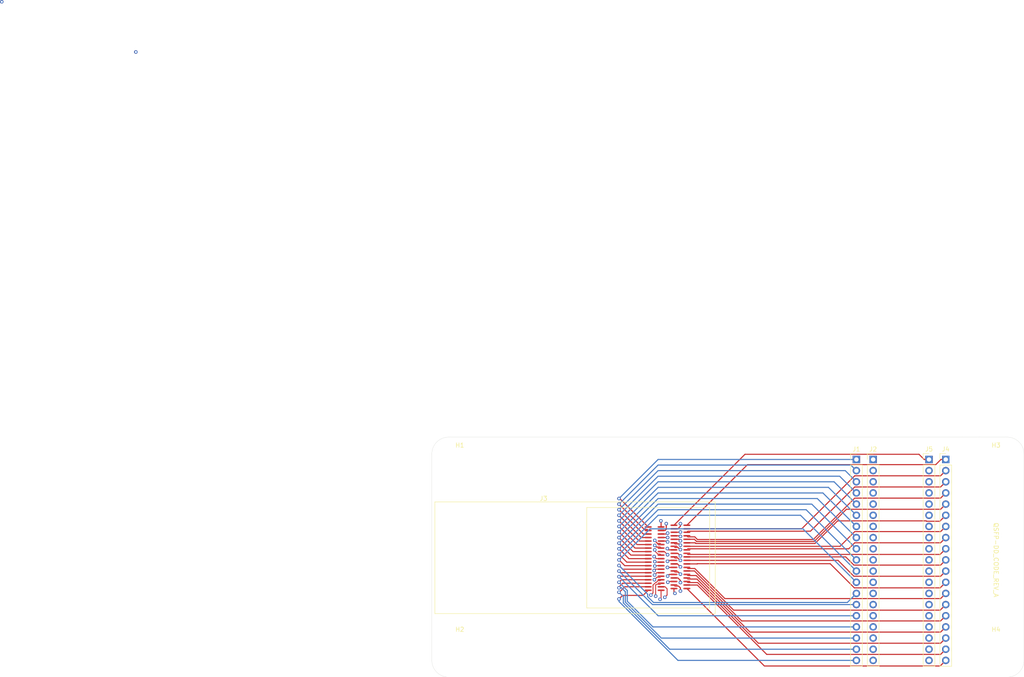
<source format=kicad_pcb>
(kicad_pcb (version 20171130) (host pcbnew "(5.1.4)-1")

  (general
    (thickness 1.6)
    (drawings 12)
    (tracks 622)
    (zones 0)
    (modules 9)
    (nets 77)
  )

  (page A4)
  (title_block
    (date 2020-02-07)
    (rev A)
  )

  (layers
    (0 F.Cu mixed)
    (1 In1.Cu signal)
    (2 In2.Cu signal)
    (31 B.Cu mixed)
    (32 B.Adhes user)
    (33 F.Adhes user)
    (34 B.Paste user)
    (35 F.Paste user)
    (36 B.SilkS user)
    (37 F.SilkS user)
    (38 B.Mask user)
    (39 F.Mask user)
    (40 Dwgs.User user)
    (41 Cmts.User user)
    (42 Eco1.User user)
    (43 Eco2.User user)
    (44 Edge.Cuts user)
    (45 Margin user)
    (46 B.CrtYd user)
    (47 F.CrtYd user)
    (48 B.Fab user)
    (49 F.Fab user)
  )

  (setup
    (last_trace_width 0.25)
    (user_trace_width 0.2)
    (trace_clearance 0.2)
    (zone_clearance 0.508)
    (zone_45_only no)
    (trace_min 0.2)
    (via_size 0.8)
    (via_drill 0.4)
    (via_min_size 0.4)
    (via_min_drill 0.3)
    (uvia_size 0.3)
    (uvia_drill 0.1)
    (uvias_allowed no)
    (uvia_min_size 0.2)
    (uvia_min_drill 0.1)
    (edge_width 0.05)
    (segment_width 0.2)
    (pcb_text_width 0.3)
    (pcb_text_size 1.5 1.5)
    (mod_edge_width 0.12)
    (mod_text_size 1 1)
    (mod_text_width 0.15)
    (pad_size 1.524 1.524)
    (pad_drill 0.762)
    (pad_to_mask_clearance 0.051)
    (solder_mask_min_width 0.25)
    (aux_axis_origin 0 0)
    (visible_elements 7FFFF7FF)
    (pcbplotparams
      (layerselection 0x010fc_ffffffff)
      (usegerberextensions false)
      (usegerberattributes false)
      (usegerberadvancedattributes false)
      (creategerberjobfile false)
      (excludeedgelayer true)
      (linewidth 0.100000)
      (plotframeref false)
      (viasonmask false)
      (mode 1)
      (useauxorigin false)
      (hpglpennumber 1)
      (hpglpenspeed 20)
      (hpglpendiameter 15.000000)
      (psnegative false)
      (psa4output false)
      (plotreference true)
      (plotvalue true)
      (plotinvisibletext false)
      (padsonsilk false)
      (subtractmaskfromsilk false)
      (outputformat 1)
      (mirror false)
      (drillshape 0)
      (scaleselection 1)
      (outputdirectory ""))
  )

  (net 0 "")
  (net 1 /RX1n)
  (net 2 /RX1p)
  (net 3 /RX3n)
  (net 4 /RX3p)
  (net 5 /SDA)
  (net 6 /SCL)
  (net 7 /VccRx)
  (net 8 /ResetL)
  (net 9 /ModselL)
  (net 10 /TX4p)
  (net 11 /TX4n)
  (net 12 /TX2p)
  (net 13 /TX2n)
  (net 14 /RX5n)
  (net 15 /RX5p)
  (net 16 /RX7n)
  (net 17 /RX7p)
  (net 18 /VS3)
  (net 19 /VS2)
  (net 20 /VccRx1)
  (net 21 /VS1)
  (net 22 /TX8p)
  (net 23 /TX8n)
  (net 24 /TX6p)
  (net 25 /TX6n)
  (net 26 /RX2n)
  (net 27 /RX2p)
  (net 28 /RX4n)
  (net 29 /RX4p)
  (net 30 /ModPrsL)
  (net 31 /IntL)
  (net 32 /TX1n)
  (net 33 /TX1p)
  (net 34 /TX3n)
  (net 35 /TX3p)
  (net 36 /InitMode)
  (net 37 /Vcc1)
  (net 38 /VccTx)
  (net 39 /TX5n)
  (net 40 /TX5p)
  (net 41 /TX7n)
  (net 42 /TX7p)
  (net 43 /Vcc2)
  (net 44 /RX6n)
  (net 45 /RX6p)
  (net 46 /RX8n)
  (net 47 /RX8p)
  (net 48 /VccTx1)
  (net 49 "Net-(J2-Pad8)")
  (net 50 "Net-(J3-Pad69)")
  (net 51 "Net-(J3-Pad65)")
  (net 52 "Net-(J3-Pad66)")
  (net 53 "Net-(J1-Pad19)")
  (net 54 "Net-(J1-Pad16)")
  (net 55 "Net-(J1-Pad13)")
  (net 56 "Net-(J1-Pad7)")
  (net 57 "Net-(J1-Pad4)")
  (net 58 "Net-(J1-Pad1)")
  (net 59 "Net-(J2-Pad19)")
  (net 60 "Net-(J2-Pad16)")
  (net 61 "Net-(J2-Pad13)")
  (net 62 "Net-(J2-Pad7)")
  (net 63 "Net-(J2-Pad4)")
  (net 64 "Net-(J2-Pad1)")
  (net 65 "Net-(J3-Pad20)")
  (net 66 "Net-(J3-Pad23)")
  (net 67 "Net-(J3-Pad26)")
  (net 68 "Net-(J3-Pad38)")
  (net 69 "Net-(J3-Pad35)")
  (net 70 "Net-(J3-Pad32)")
  (net 71 "Net-(J3-Pad76)")
  (net 72 "Net-(J3-Pad73)")
  (net 73 "Net-(J3-Pad70)")
  (net 74 "Net-(J3-Pad58)")
  (net 75 "Net-(J3-Pad61)")
  (net 76 "Net-(J3-Pad64)")

  (net_class Default "This is the default net class."
    (clearance 0.2)
    (trace_width 0.25)
    (via_dia 0.8)
    (via_drill 0.4)
    (uvia_dia 0.3)
    (uvia_drill 0.1)
    (add_net /InitMode)
    (add_net /IntL)
    (add_net /ModPrsL)
    (add_net /ModselL)
    (add_net /RX1n)
    (add_net /RX1p)
    (add_net /RX2n)
    (add_net /RX2p)
    (add_net /RX3n)
    (add_net /RX3p)
    (add_net /RX4n)
    (add_net /RX4p)
    (add_net /RX5n)
    (add_net /RX5p)
    (add_net /RX6n)
    (add_net /RX6p)
    (add_net /RX7n)
    (add_net /RX7p)
    (add_net /RX8n)
    (add_net /RX8p)
    (add_net /ResetL)
    (add_net /SCL)
    (add_net /SDA)
    (add_net /TX1n)
    (add_net /TX1p)
    (add_net /TX2n)
    (add_net /TX2p)
    (add_net /TX3n)
    (add_net /TX3p)
    (add_net /TX4n)
    (add_net /TX4p)
    (add_net /TX5n)
    (add_net /TX5p)
    (add_net /TX6n)
    (add_net /TX6p)
    (add_net /TX7n)
    (add_net /TX7p)
    (add_net /TX8n)
    (add_net /TX8p)
    (add_net /VS1)
    (add_net /VS2)
    (add_net /VS3)
    (add_net /Vcc1)
    (add_net /Vcc2)
    (add_net /VccRx)
    (add_net /VccRx1)
    (add_net /VccTx)
    (add_net /VccTx1)
    (add_net "Net-(J1-Pad1)")
    (add_net "Net-(J1-Pad13)")
    (add_net "Net-(J1-Pad16)")
    (add_net "Net-(J1-Pad19)")
    (add_net "Net-(J1-Pad4)")
    (add_net "Net-(J1-Pad7)")
    (add_net "Net-(J2-Pad1)")
    (add_net "Net-(J2-Pad13)")
    (add_net "Net-(J2-Pad16)")
    (add_net "Net-(J2-Pad19)")
    (add_net "Net-(J2-Pad4)")
    (add_net "Net-(J2-Pad7)")
    (add_net "Net-(J2-Pad8)")
    (add_net "Net-(J3-Pad20)")
    (add_net "Net-(J3-Pad23)")
    (add_net "Net-(J3-Pad26)")
    (add_net "Net-(J3-Pad32)")
    (add_net "Net-(J3-Pad35)")
    (add_net "Net-(J3-Pad38)")
    (add_net "Net-(J3-Pad58)")
    (add_net "Net-(J3-Pad61)")
    (add_net "Net-(J3-Pad64)")
    (add_net "Net-(J3-Pad65)")
    (add_net "Net-(J3-Pad66)")
    (add_net "Net-(J3-Pad69)")
    (add_net "Net-(J3-Pad70)")
    (add_net "Net-(J3-Pad73)")
    (add_net "Net-(J3-Pad76)")
  )

  (module MountingHole:MountingHole_3.5mm (layer F.Cu) (tedit 56D1B4CB) (tstamp 5E3DA522)
    (at 194.31 110.49)
    (descr "Mounting Hole 3.5mm, no annular")
    (tags "mounting hole 3.5mm no annular")
    (path /5E55046C)
    (attr virtual)
    (fp_text reference H4 (at 0 -4.5) (layer F.SilkS)
      (effects (font (size 1 1) (thickness 0.15)))
    )
    (fp_text value MountingHole (at 0 4.5) (layer F.Fab)
      (effects (font (size 1 1) (thickness 0.15)))
    )
    (fp_circle (center 0 0) (end 3.75 0) (layer F.CrtYd) (width 0.05))
    (fp_circle (center 0 0) (end 3.5 0) (layer Cmts.User) (width 0.15))
    (fp_text user %R (at 0.3 0) (layer F.Fab)
      (effects (font (size 1 1) (thickness 0.15)))
    )
    (pad 1 np_thru_hole circle (at 0 0) (size 3.5 3.5) (drill 3.5) (layers *.Cu *.Mask))
  )

  (module MountingHole:MountingHole_3.5mm (layer F.Cu) (tedit 56D1B4CB) (tstamp 5E3DA51A)
    (at 194.31 68.58)
    (descr "Mounting Hole 3.5mm, no annular")
    (tags "mounting hole 3.5mm no annular")
    (path /5E54FFF7)
    (attr virtual)
    (fp_text reference H3 (at 0 -4.5) (layer F.SilkS)
      (effects (font (size 1 1) (thickness 0.15)))
    )
    (fp_text value MountingHole (at 0 4.5) (layer F.Fab)
      (effects (font (size 1 1) (thickness 0.15)))
    )
    (fp_circle (center 0 0) (end 3.75 0) (layer F.CrtYd) (width 0.05))
    (fp_circle (center 0 0) (end 3.5 0) (layer Cmts.User) (width 0.15))
    (fp_text user %R (at 0.3 0) (layer F.Fab)
      (effects (font (size 1 1) (thickness 0.15)))
    )
    (pad 1 np_thru_hole circle (at 0 0) (size 3.5 3.5) (drill 3.5) (layers *.Cu *.Mask))
  )

  (module MountingHole:MountingHole_3.5mm (layer F.Cu) (tedit 56D1B4CB) (tstamp 5E3DA75D)
    (at 72.39 110.49)
    (descr "Mounting Hole 3.5mm, no annular")
    (tags "mounting hole 3.5mm no annular")
    (path /5E54FB5A)
    (attr virtual)
    (fp_text reference H2 (at 0 -4.5) (layer F.SilkS)
      (effects (font (size 1 1) (thickness 0.15)))
    )
    (fp_text value MountingHole (at 0 4.5) (layer F.Fab)
      (effects (font (size 1 1) (thickness 0.15)))
    )
    (fp_circle (center 0 0) (end 3.75 0) (layer F.CrtYd) (width 0.05))
    (fp_circle (center 0 0) (end 3.5 0) (layer Cmts.User) (width 0.15))
    (fp_text user %R (at 0.3 0) (layer F.Fab)
      (effects (font (size 1 1) (thickness 0.15)))
    )
    (pad 1 np_thru_hole circle (at 0 0) (size 3.5 3.5) (drill 3.5) (layers *.Cu *.Mask))
  )

  (module MountingHole:MountingHole_3.5mm (layer F.Cu) (tedit 56D1B4CB) (tstamp 5E3DA50A)
    (at 72.39 68.58)
    (descr "Mounting Hole 3.5mm, no annular")
    (tags "mounting hole 3.5mm no annular")
    (path /5E54E932)
    (attr virtual)
    (fp_text reference H1 (at 0 -4.5) (layer F.SilkS)
      (effects (font (size 1 1) (thickness 0.15)))
    )
    (fp_text value MountingHole (at 0 4.5) (layer F.Fab)
      (effects (font (size 1 1) (thickness 0.15)))
    )
    (fp_circle (center 0 0) (end 3.75 0) (layer F.CrtYd) (width 0.05))
    (fp_circle (center 0 0) (end 3.5 0) (layer Cmts.User) (width 0.15))
    (fp_text user %R (at 0.3 0) (layer F.Fab)
      (effects (font (size 1 1) (thickness 0.15)))
    )
    (pad 1 np_thru_hole circle (at 0 0) (size 3.5 3.5) (drill 3.5) (layers *.Cu *.Mask))
  )

  (module My_Library:QSFP-DD_F (layer F.Cu) (tedit 5E3580DA) (tstamp 5E35CDC4)
    (at 115.225 89.675)
    (path /5E25613C)
    (fp_text reference J3 (at -23.785 -13.475) (layer F.SilkS)
      (effects (font (size 1 1) (thickness 0.15)))
    )
    (fp_text value QSFP-DD_F (at 0 -0.5) (layer F.Fab)
      (effects (font (size 1 1) (thickness 0.15)))
    )
    (fp_line (start -13.97 11.43) (end -13.97 -11.43) (layer F.SilkS) (width 0.12))
    (fp_line (start 13.97 11.43) (end -13.97 11.43) (layer F.SilkS) (width 0.12))
    (fp_line (start 13.97 -11.43) (end 13.97 11.43) (layer F.SilkS) (width 0.12))
    (fp_line (start -13.97 -11.43) (end 13.97 -11.43) (layer F.SilkS) (width 0.12))
    (fp_line (start 15.24 12.7) (end 0 12.7) (layer F.SilkS) (width 0.12))
    (fp_line (start 15.24 -12.7) (end 15.24 12.7) (layer F.SilkS) (width 0.12))
    (fp_line (start 0 -12.7) (end 15.24 -12.7) (layer F.SilkS) (width 0.12))
    (fp_line (start -48.5 -12.7) (end 0 -12.7) (layer F.SilkS) (width 0.12))
    (fp_line (start -48.5 12.7) (end 0 12.7) (layer F.SilkS) (width 0.12))
    (fp_line (start -48.5 -12.7) (end -48.5 12.7) (layer F.SilkS) (width 0.12))
    (pad "" np_thru_hole circle (at -41.6 9.5) (size 1.05 1.05) (drill 1.05) (layers *.Cu *.Mask))
    (pad "" np_thru_hole circle (at -32.6 9.5) (size 1.05 1.05) (drill 1.05) (layers *.Cu *.Mask))
    (pad "" np_thru_hole circle (at -23.6 9.5) (size 1.05 1.05) (drill 1.05) (layers *.Cu *.Mask))
    (pad "" np_thru_hole circle (at -46.1 -9.5) (size 1.05 1.05) (drill 1.05) (layers *.Cu *.Mask))
    (pad "" np_thru_hole circle (at -37.1 -9.5) (size 1.05 1.05) (drill 1.05) (layers *.Cu *.Mask))
    (pad "" np_thru_hole circle (at -28.1 -9.5) (size 1.05 1.05) (drill 1.05) (layers *.Cu *.Mask))
    (pad "" np_thru_hole circle (at -19.1 -9.5) (size 1.05 1.05) (drill 1.05) (layers *.Cu *.Mask))
    (pad "" np_thru_hole circle (at -14.6 9.5) (size 1.05 1.05) (drill 1.05) (layers *.Cu *.Mask))
    (pad "" np_thru_hole circle (at -3.9 9.5) (size 1.05 1.05) (drill 1.05) (layers *.Cu *.Mask))
    (pad "" np_thru_hole circle (at -8.4 -9.5) (size 1.05 1.05) (drill 1.05) (layers *.Cu *.Mask))
    (pad "" np_thru_hole circle (at 11.6 2.2) (size 1.05 1.05) (drill 1.05) (layers *.Cu *.Mask))
    (pad "" np_thru_hole circle (at 11.6 -5) (size 1.05 1.05) (drill 1.05) (layers *.Cu *.Mask))
    (pad "" np_thru_hole circle (at -11.5 8.4) (size 1.55 1.55) (drill 1.55) (layers *.Cu *.Mask))
    (pad "" np_thru_hole circle (at -11.5 -8.4) (size 1.55 1.55) (drill 1.55) (layers *.Cu *.Mask))
    (pad 20 smd roundrect (at 8.79 7) (size 1.6 0.35) (layers F.Cu F.Paste F.Mask) (roundrect_rratio 0.5)
      (net 65 "Net-(J3-Pad20)") (solder_mask_margin 0.1))
    (pad 21 smd roundrect (at 8.79 6.2) (size 1.6 0.35) (layers F.Cu F.Paste F.Mask) (roundrect_rratio 0.5)
      (net 26 /RX2n) (solder_mask_margin 0.1))
    (pad 22 smd roundrect (at 8.79 5.4) (size 1.6 0.35) (layers F.Cu F.Paste F.Mask) (roundrect_rratio 0.5)
      (net 27 /RX2p) (solder_mask_margin 0.1))
    (pad 23 smd roundrect (at 8.79 4.6) (size 1.6 0.35) (layers F.Cu F.Paste F.Mask) (roundrect_rratio 0.5)
      (net 66 "Net-(J3-Pad23)") (solder_mask_margin 0.1))
    (pad 24 smd roundrect (at 8.79 3.8) (size 1.6 0.35) (layers F.Cu F.Paste F.Mask) (roundrect_rratio 0.5)
      (net 28 /RX4n) (solder_mask_margin 0.1))
    (pad 25 smd roundrect (at 8.79 3) (size 1.6 0.35) (layers F.Cu F.Paste F.Mask) (roundrect_rratio 0.5)
      (net 29 /RX4p) (solder_mask_margin 0.1))
    (pad 26 smd roundrect (at 8.79 2.2) (size 1.6 0.35) (layers F.Cu F.Paste F.Mask) (roundrect_rratio 0.5)
      (net 67 "Net-(J3-Pad26)") (solder_mask_margin 0.1))
    (pad 27 smd roundrect (at 8.79 1.4) (size 1.6 0.35) (layers F.Cu F.Paste F.Mask) (roundrect_rratio 0.5)
      (net 30 /ModPrsL) (solder_mask_margin 0.1))
    (pad 28 smd roundrect (at 8.79 0.6) (size 1.6 0.35) (layers F.Cu F.Paste F.Mask) (roundrect_rratio 0.5)
      (net 31 /IntL) (solder_mask_margin 0.1))
    (pad 38 smd roundrect (at 8.79 -7.4) (size 1.6 0.35) (layers F.Cu F.Paste F.Mask) (roundrect_rratio 0.5)
      (net 68 "Net-(J3-Pad38)") (solder_mask_margin 0.1))
    (pad 37 smd roundrect (at 8.79 -6.6) (size 1.6 0.35) (layers F.Cu F.Paste F.Mask) (roundrect_rratio 0.5)
      (net 32 /TX1n) (solder_mask_margin 0.1))
    (pad 36 smd roundrect (at 8.79 -5.8) (size 1.6 0.35) (layers F.Cu F.Paste F.Mask) (roundrect_rratio 0.5)
      (net 33 /TX1p) (solder_mask_margin 0.1))
    (pad 35 smd roundrect (at 8.79 -5) (size 1.6 0.35) (layers F.Cu F.Paste F.Mask) (roundrect_rratio 0.5)
      (net 69 "Net-(J3-Pad35)") (solder_mask_margin 0.1))
    (pad 34 smd roundrect (at 8.79 -4.2) (size 1.6 0.35) (layers F.Cu F.Paste F.Mask) (roundrect_rratio 0.5)
      (net 34 /TX3n) (solder_mask_margin 0.1))
    (pad 33 smd roundrect (at 8.79 -3.4) (size 1.6 0.35) (layers F.Cu F.Paste F.Mask) (roundrect_rratio 0.5)
      (net 35 /TX3p) (solder_mask_margin 0.1))
    (pad 32 smd roundrect (at 8.79 -2.6) (size 1.6 0.35) (layers F.Cu F.Paste F.Mask) (roundrect_rratio 0.5)
      (net 70 "Net-(J3-Pad32)") (solder_mask_margin 0.1))
    (pad 31 smd roundrect (at 8.79 -1.8) (size 1.6 0.35) (layers F.Cu F.Paste F.Mask) (roundrect_rratio 0.5)
      (net 36 /InitMode) (solder_mask_margin 0.1))
    (pad 30 smd roundrect (at 8.79 -1) (size 1.6 0.35) (layers F.Cu F.Paste F.Mask) (roundrect_rratio 0.5)
      (net 37 /Vcc1) (solder_mask_margin 0.1))
    (pad 29 smd roundrect (at 8.79 -0.2) (size 1.6 0.35) (layers F.Cu F.Paste F.Mask) (roundrect_rratio 0.5)
      (net 38 /VccTx) (solder_mask_margin 0.1))
    (pad 76 smd roundrect (at 5.86 -7.4) (size 1.6 0.35) (layers F.Cu F.Paste F.Mask) (roundrect_rratio 0.5)
      (net 71 "Net-(J3-Pad76)") (solder_mask_margin 0.1))
    (pad 75 smd roundrect (at 5.86 -6.6) (size 1.6 0.35) (layers F.Cu F.Paste F.Mask) (roundrect_rratio 0.5)
      (net 39 /TX5n) (solder_mask_margin 0.1))
    (pad 74 smd roundrect (at 5.86 -5.8) (size 1.6 0.35) (layers F.Cu F.Paste F.Mask) (roundrect_rratio 0.5)
      (net 40 /TX5p) (solder_mask_margin 0.1))
    (pad 73 smd roundrect (at 5.86 -5) (size 1.6 0.35) (layers F.Cu F.Paste F.Mask) (roundrect_rratio 0.5)
      (net 72 "Net-(J3-Pad73)") (solder_mask_margin 0.1))
    (pad 72 smd roundrect (at 5.86 -4.2) (size 1.6 0.35) (layers F.Cu F.Paste F.Mask) (roundrect_rratio 0.5)
      (net 41 /TX7n) (solder_mask_margin 0.1))
    (pad 71 smd roundrect (at 5.86 -3.4) (size 1.6 0.35) (layers F.Cu F.Paste F.Mask) (roundrect_rratio 0.5)
      (net 42 /TX7p) (solder_mask_margin 0.1))
    (pad 70 smd roundrect (at 5.86 -2.6) (size 1.6 0.35) (layers F.Cu F.Paste F.Mask) (roundrect_rratio 0.5)
      (net 73 "Net-(J3-Pad70)") (solder_mask_margin 0.1))
    (pad 69 smd roundrect (at 5.86 -1.8) (size 1.6 0.35) (layers F.Cu F.Paste F.Mask) (roundrect_rratio 0.5)
      (net 50 "Net-(J3-Pad69)") (solder_mask_margin 0.1))
    (pad 68 smd roundrect (at 5.86 -1) (size 1.6 0.35) (layers F.Cu F.Paste F.Mask) (roundrect_rratio 0.5)
      (net 43 /Vcc2) (solder_mask_margin 0.1))
    (pad 58 smd roundrect (at 5.86 7) (size 1.6 0.35) (layers F.Cu F.Paste F.Mask) (roundrect_rratio 0.5)
      (net 74 "Net-(J3-Pad58)") (solder_mask_margin 0.1))
    (pad 59 smd roundrect (at 5.86 6.2) (size 1.6 0.35) (layers F.Cu F.Paste F.Mask) (roundrect_rratio 0.5)
      (net 44 /RX6n) (solder_mask_margin 0.1))
    (pad 60 smd roundrect (at 5.86 5.4) (size 1.6 0.35) (layers F.Cu F.Paste F.Mask) (roundrect_rratio 0.5)
      (net 45 /RX6p) (solder_mask_margin 0.1))
    (pad 61 smd roundrect (at 5.86 4.6) (size 1.6 0.35) (layers F.Cu F.Paste F.Mask) (roundrect_rratio 0.5)
      (net 75 "Net-(J3-Pad61)") (solder_mask_margin 0.1))
    (pad 62 smd roundrect (at 5.86 3.8) (size 1.6 0.35) (layers F.Cu F.Paste F.Mask) (roundrect_rratio 0.5)
      (net 46 /RX8n) (solder_mask_margin 0.1))
    (pad 63 smd roundrect (at 5.86 3) (size 1.6 0.35) (layers F.Cu F.Paste F.Mask) (roundrect_rratio 0.5)
      (net 47 /RX8p) (solder_mask_margin 0.1))
    (pad 64 smd roundrect (at 5.86 2.2) (size 1.6 0.35) (layers F.Cu F.Paste F.Mask) (roundrect_rratio 0.5)
      (net 76 "Net-(J3-Pad64)") (solder_mask_margin 0.1))
    (pad 65 smd roundrect (at 5.86 1.4) (size 1.6 0.35) (layers F.Cu F.Paste F.Mask) (roundrect_rratio 0.5)
      (net 51 "Net-(J3-Pad65)") (solder_mask_margin 0.1))
    (pad 66 smd roundrect (at 5.86 0.6) (size 1.6 0.35) (layers F.Cu F.Paste F.Mask) (roundrect_rratio 0.5)
      (net 52 "Net-(J3-Pad66)") (solder_mask_margin 0.1))
    (pad 67 smd roundrect (at 5.86 -0.2) (size 1.6 0.35) (layers F.Cu F.Paste F.Mask) (roundrect_rratio 0.5)
      (net 48 /VccTx1) (solder_mask_margin 0.1))
    (pad 39 smd roundrect (at 2.93 -7) (size 1.6 0.35) (layers F.Cu F.Paste F.Mask) (roundrect_rratio 0.5)
      (net 64 "Net-(J2-Pad1)") (solder_mask_margin 0.1))
    (pad 40 smd roundrect (at 2.93 -6.2) (size 1.6 0.35) (layers F.Cu F.Paste F.Mask) (roundrect_rratio 0.5)
      (net 25 /TX6n) (solder_mask_margin 0.1))
    (pad 41 smd roundrect (at 2.93 -5.4) (size 1.6 0.35) (layers F.Cu F.Paste F.Mask) (roundrect_rratio 0.5)
      (net 24 /TX6p) (solder_mask_margin 0.1))
    (pad 42 smd roundrect (at 2.93 -4.6) (size 1.6 0.35) (layers F.Cu F.Paste F.Mask) (roundrect_rratio 0.5)
      (net 63 "Net-(J2-Pad4)") (solder_mask_margin 0.1))
    (pad 43 smd roundrect (at 2.93 -3.8) (size 1.6 0.35) (layers F.Cu F.Paste F.Mask) (roundrect_rratio 0.5)
      (net 23 /TX8n) (solder_mask_margin 0.1))
    (pad 44 smd roundrect (at 2.93 -3) (size 1.6 0.35) (layers F.Cu F.Paste F.Mask) (roundrect_rratio 0.5)
      (net 22 /TX8p) (solder_mask_margin 0.1))
    (pad 45 smd roundrect (at 2.93 -2.2) (size 1.6 0.35) (layers F.Cu F.Paste F.Mask) (roundrect_rratio 0.5)
      (net 62 "Net-(J2-Pad7)") (solder_mask_margin 0.1))
    (pad 46 smd roundrect (at 2.93 -1.4) (size 1.6 0.35) (layers F.Cu F.Paste F.Mask) (roundrect_rratio 0.5)
      (net 49 "Net-(J2-Pad8)") (solder_mask_margin 0.1))
    (pad 47 smd roundrect (at 2.93 -0.6) (size 1.6 0.35) (layers F.Cu F.Paste F.Mask) (roundrect_rratio 0.5)
      (net 21 /VS1) (solder_mask_margin 0.1))
    (pad 57 smd roundrect (at 2.93 7.4) (size 1.6 0.35) (layers F.Cu F.Paste F.Mask) (roundrect_rratio 0.5)
      (net 59 "Net-(J2-Pad19)") (solder_mask_margin 0.1))
    (pad 56 smd roundrect (at 2.93 6.6) (size 1.6 0.35) (layers F.Cu F.Paste F.Mask) (roundrect_rratio 0.5)
      (net 14 /RX5n) (solder_mask_margin 0.1))
    (pad 55 smd roundrect (at 2.93 5.8) (size 1.6 0.35) (layers F.Cu F.Paste F.Mask) (roundrect_rratio 0.5)
      (net 15 /RX5p) (solder_mask_margin 0.1))
    (pad 54 smd roundrect (at 2.93 5) (size 1.6 0.35) (layers F.Cu F.Paste F.Mask) (roundrect_rratio 0.5)
      (net 60 "Net-(J2-Pad16)") (solder_mask_margin 0.1))
    (pad 53 smd roundrect (at 2.93 4.2) (size 1.6 0.35) (layers F.Cu F.Paste F.Mask) (roundrect_rratio 0.5)
      (net 16 /RX7n) (solder_mask_margin 0.1))
    (pad 52 smd roundrect (at 2.93 3.4) (size 1.6 0.35) (layers F.Cu F.Paste F.Mask) (roundrect_rratio 0.5)
      (net 17 /RX7p) (solder_mask_margin 0.1))
    (pad 51 smd roundrect (at 2.93 2.6) (size 1.6 0.35) (layers F.Cu F.Paste F.Mask) (roundrect_rratio 0.5)
      (net 61 "Net-(J2-Pad13)") (solder_mask_margin 0.1))
    (pad 50 smd roundrect (at 2.93 1.8) (size 1.6 0.35) (layers F.Cu F.Paste F.Mask) (roundrect_rratio 0.5)
      (net 18 /VS3) (solder_mask_margin 0.1))
    (pad 49 smd roundrect (at 2.93 1) (size 1.6 0.35) (layers F.Cu F.Paste F.Mask) (roundrect_rratio 0.5)
      (net 19 /VS2) (solder_mask_margin 0.1))
    (pad 48 smd roundrect (at 2.93 0.2) (size 1.6 0.35) (layers F.Cu F.Paste F.Mask) (roundrect_rratio 0.5)
      (net 20 /VccRx1) (solder_mask_margin 0.1))
    (pad 1 smd roundrect (at 0 -7) (size 1.6 0.35) (layers F.Cu F.Paste F.Mask) (roundrect_rratio 0.5)
      (net 58 "Net-(J1-Pad1)") (solder_mask_margin 0.1))
    (pad 2 smd roundrect (at 0 -6.2) (size 1.6 0.35) (layers F.Cu F.Paste F.Mask) (roundrect_rratio 0.5)
      (net 13 /TX2n) (solder_mask_margin 0.1))
    (pad 3 smd roundrect (at 0 -5.4) (size 1.6 0.35) (layers F.Cu F.Paste F.Mask) (roundrect_rratio 0.5)
      (net 12 /TX2p) (solder_mask_margin 0.1))
    (pad 4 smd roundrect (at 0 -4.6) (size 1.6 0.35) (layers F.Cu F.Paste F.Mask) (roundrect_rratio 0.5)
      (net 57 "Net-(J1-Pad4)") (solder_mask_margin 0.1))
    (pad 5 smd roundrect (at 0 -3.8) (size 1.6 0.35) (layers F.Cu F.Paste F.Mask) (roundrect_rratio 0.5)
      (net 11 /TX4n) (solder_mask_margin 0.1))
    (pad 6 smd roundrect (at 0 -3) (size 1.6 0.35) (layers F.Cu F.Paste F.Mask) (roundrect_rratio 0.5)
      (net 10 /TX4p) (solder_mask_margin 0.1))
    (pad 7 smd roundrect (at 0 -2.2) (size 1.6 0.35) (layers F.Cu F.Paste F.Mask) (roundrect_rratio 0.5)
      (net 56 "Net-(J1-Pad7)") (solder_mask_margin 0.1))
    (pad 8 smd roundrect (at 0 -1.4) (size 1.6 0.35) (layers F.Cu F.Paste F.Mask) (roundrect_rratio 0.5)
      (net 9 /ModselL) (solder_mask_margin 0.1))
    (pad 9 smd roundrect (at 0 -0.6) (size 1.6 0.35) (layers F.Cu F.Paste F.Mask) (roundrect_rratio 0.5)
      (net 8 /ResetL) (solder_mask_margin 0.1))
    (pad 19 smd roundrect (at 0 7.4) (size 1.6 0.35) (layers F.Cu F.Paste F.Mask) (roundrect_rratio 0.5)
      (net 53 "Net-(J1-Pad19)") (solder_mask_margin 0.1))
    (pad 18 smd roundrect (at 0 6.6) (size 1.6 0.35) (layers F.Cu F.Paste F.Mask) (roundrect_rratio 0.5)
      (net 1 /RX1n) (solder_mask_margin 0.1))
    (pad 17 smd roundrect (at 0 5.8) (size 1.6 0.35) (layers F.Cu F.Paste F.Mask) (roundrect_rratio 0.5)
      (net 2 /RX1p) (solder_mask_margin 0.1))
    (pad 16 smd roundrect (at 0 5) (size 1.6 0.35) (layers F.Cu F.Paste F.Mask) (roundrect_rratio 0.5)
      (net 54 "Net-(J1-Pad16)") (solder_mask_margin 0.1))
    (pad 15 smd roundrect (at 0 4.2) (size 1.6 0.35) (layers F.Cu F.Paste F.Mask) (roundrect_rratio 0.5)
      (net 3 /RX3n) (solder_mask_margin 0.1))
    (pad 14 smd roundrect (at 0 3.4) (size 1.6 0.35) (layers F.Cu F.Paste F.Mask) (roundrect_rratio 0.5)
      (net 4 /RX3p) (solder_mask_margin 0.1))
    (pad 13 smd roundrect (at 0 2.6) (size 1.6 0.35) (layers F.Cu F.Paste F.Mask) (roundrect_rratio 0.5)
      (net 55 "Net-(J1-Pad13)") (solder_mask_margin 0.1))
    (pad 12 smd roundrect (at 0 1.8) (size 1.6 0.35) (layers F.Cu F.Paste F.Mask) (roundrect_rratio 0.5)
      (net 5 /SDA) (solder_mask_margin 0.1))
    (pad 11 smd roundrect (at 0 1) (size 1.6 0.35) (layers F.Cu F.Paste F.Mask) (roundrect_rratio 0.5)
      (net 6 /SCL) (solder_mask_margin 0.1))
    (pad 10 smd roundrect (at 0 0.2) (size 1.6 0.35) (layers F.Cu F.Paste F.Mask) (roundrect_rratio 0.5)
      (net 7 /VccRx) (solder_mask_margin 0.1))
  )

  (module Connector_PinHeader_2.54mm:PinHeader_1x19_P2.54mm_Vertical (layer F.Cu) (tedit 59FED5CC) (tstamp 5E35B242)
    (at 179.07 67.31)
    (descr "Through hole straight pin header, 1x19, 2.54mm pitch, single row")
    (tags "Through hole pin header THT 1x19 2.54mm single row")
    (path /5E374F7D)
    (fp_text reference J5 (at 0 -2.33) (layer F.SilkS)
      (effects (font (size 1 1) (thickness 0.15)))
    )
    (fp_text value Conn_01x19_Male (at 0 48.05) (layer F.Fab)
      (effects (font (size 1 1) (thickness 0.15)))
    )
    (fp_text user %R (at 0 22.86 90) (layer F.Fab)
      (effects (font (size 1 1) (thickness 0.15)))
    )
    (fp_line (start 1.8 -1.8) (end -1.8 -1.8) (layer F.CrtYd) (width 0.05))
    (fp_line (start 1.8 47.5) (end 1.8 -1.8) (layer F.CrtYd) (width 0.05))
    (fp_line (start -1.8 47.5) (end 1.8 47.5) (layer F.CrtYd) (width 0.05))
    (fp_line (start -1.8 -1.8) (end -1.8 47.5) (layer F.CrtYd) (width 0.05))
    (fp_line (start -1.33 -1.33) (end 0 -1.33) (layer F.SilkS) (width 0.12))
    (fp_line (start -1.33 0) (end -1.33 -1.33) (layer F.SilkS) (width 0.12))
    (fp_line (start -1.33 1.27) (end 1.33 1.27) (layer F.SilkS) (width 0.12))
    (fp_line (start 1.33 1.27) (end 1.33 47.05) (layer F.SilkS) (width 0.12))
    (fp_line (start -1.33 1.27) (end -1.33 47.05) (layer F.SilkS) (width 0.12))
    (fp_line (start -1.33 47.05) (end 1.33 47.05) (layer F.SilkS) (width 0.12))
    (fp_line (start -1.27 -0.635) (end -0.635 -1.27) (layer F.Fab) (width 0.1))
    (fp_line (start -1.27 46.99) (end -1.27 -0.635) (layer F.Fab) (width 0.1))
    (fp_line (start 1.27 46.99) (end -1.27 46.99) (layer F.Fab) (width 0.1))
    (fp_line (start 1.27 -1.27) (end 1.27 46.99) (layer F.Fab) (width 0.1))
    (fp_line (start -0.635 -1.27) (end 1.27 -1.27) (layer F.Fab) (width 0.1))
    (pad 19 thru_hole oval (at 0 45.72) (size 1.7 1.7) (drill 1) (layers *.Cu *.Mask)
      (net 74 "Net-(J3-Pad58)"))
    (pad 18 thru_hole oval (at 0 43.18) (size 1.7 1.7) (drill 1) (layers *.Cu *.Mask)
      (net 44 /RX6n))
    (pad 17 thru_hole oval (at 0 40.64) (size 1.7 1.7) (drill 1) (layers *.Cu *.Mask)
      (net 45 /RX6p))
    (pad 16 thru_hole oval (at 0 38.1) (size 1.7 1.7) (drill 1) (layers *.Cu *.Mask)
      (net 75 "Net-(J3-Pad61)"))
    (pad 15 thru_hole oval (at 0 35.56) (size 1.7 1.7) (drill 1) (layers *.Cu *.Mask)
      (net 46 /RX8n))
    (pad 14 thru_hole oval (at 0 33.02) (size 1.7 1.7) (drill 1) (layers *.Cu *.Mask)
      (net 47 /RX8p))
    (pad 13 thru_hole oval (at 0 30.48) (size 1.7 1.7) (drill 1) (layers *.Cu *.Mask)
      (net 76 "Net-(J3-Pad64)"))
    (pad 12 thru_hole oval (at 0 27.94) (size 1.7 1.7) (drill 1) (layers *.Cu *.Mask)
      (net 51 "Net-(J3-Pad65)"))
    (pad 11 thru_hole oval (at 0 25.4) (size 1.7 1.7) (drill 1) (layers *.Cu *.Mask)
      (net 52 "Net-(J3-Pad66)"))
    (pad 10 thru_hole oval (at 0 22.86) (size 1.7 1.7) (drill 1) (layers *.Cu *.Mask)
      (net 48 /VccTx1))
    (pad 9 thru_hole oval (at 0 20.32) (size 1.7 1.7) (drill 1) (layers *.Cu *.Mask)
      (net 43 /Vcc2))
    (pad 8 thru_hole oval (at 0 17.78) (size 1.7 1.7) (drill 1) (layers *.Cu *.Mask)
      (net 50 "Net-(J3-Pad69)"))
    (pad 7 thru_hole oval (at 0 15.24) (size 1.7 1.7) (drill 1) (layers *.Cu *.Mask)
      (net 73 "Net-(J3-Pad70)"))
    (pad 6 thru_hole oval (at 0 12.7) (size 1.7 1.7) (drill 1) (layers *.Cu *.Mask)
      (net 42 /TX7p))
    (pad 5 thru_hole oval (at 0 10.16) (size 1.7 1.7) (drill 1) (layers *.Cu *.Mask)
      (net 41 /TX7n))
    (pad 4 thru_hole oval (at 0 7.62) (size 1.7 1.7) (drill 1) (layers *.Cu *.Mask)
      (net 72 "Net-(J3-Pad73)"))
    (pad 3 thru_hole oval (at 0 5.08) (size 1.7 1.7) (drill 1) (layers *.Cu *.Mask)
      (net 40 /TX5p))
    (pad 2 thru_hole oval (at 0 2.54) (size 1.7 1.7) (drill 1) (layers *.Cu *.Mask)
      (net 39 /TX5n))
    (pad 1 thru_hole rect (at 0 0) (size 1.7 1.7) (drill 1) (layers *.Cu *.Mask)
      (net 71 "Net-(J3-Pad76)"))
    (model ${KISYS3DMOD}/Connector_PinHeader_2.54mm.3dshapes/PinHeader_1x19_P2.54mm_Vertical.wrl
      (at (xyz 0 0 0))
      (scale (xyz 1 1 1))
      (rotate (xyz 0 0 0))
    )
  )

  (module Connector_PinHeader_2.54mm:PinHeader_1x19_P2.54mm_Vertical (layer F.Cu) (tedit 59FED5CC) (tstamp 5E35B228)
    (at 182.88 67.31)
    (descr "Through hole straight pin header, 1x19, 2.54mm pitch, single row")
    (tags "Through hole pin header THT 1x19 2.54mm single row")
    (path /5E359A45)
    (fp_text reference J4 (at 0 -2.33) (layer F.SilkS)
      (effects (font (size 1 1) (thickness 0.15)))
    )
    (fp_text value Conn_01x19_Male (at 0 48.05) (layer F.Fab)
      (effects (font (size 1 1) (thickness 0.15)))
    )
    (fp_text user %R (at 0 22.86 90) (layer F.Fab)
      (effects (font (size 1 1) (thickness 0.15)))
    )
    (fp_line (start 1.8 -1.8) (end -1.8 -1.8) (layer F.CrtYd) (width 0.05))
    (fp_line (start 1.8 47.5) (end 1.8 -1.8) (layer F.CrtYd) (width 0.05))
    (fp_line (start -1.8 47.5) (end 1.8 47.5) (layer F.CrtYd) (width 0.05))
    (fp_line (start -1.8 -1.8) (end -1.8 47.5) (layer F.CrtYd) (width 0.05))
    (fp_line (start -1.33 -1.33) (end 0 -1.33) (layer F.SilkS) (width 0.12))
    (fp_line (start -1.33 0) (end -1.33 -1.33) (layer F.SilkS) (width 0.12))
    (fp_line (start -1.33 1.27) (end 1.33 1.27) (layer F.SilkS) (width 0.12))
    (fp_line (start 1.33 1.27) (end 1.33 47.05) (layer F.SilkS) (width 0.12))
    (fp_line (start -1.33 1.27) (end -1.33 47.05) (layer F.SilkS) (width 0.12))
    (fp_line (start -1.33 47.05) (end 1.33 47.05) (layer F.SilkS) (width 0.12))
    (fp_line (start -1.27 -0.635) (end -0.635 -1.27) (layer F.Fab) (width 0.1))
    (fp_line (start -1.27 46.99) (end -1.27 -0.635) (layer F.Fab) (width 0.1))
    (fp_line (start 1.27 46.99) (end -1.27 46.99) (layer F.Fab) (width 0.1))
    (fp_line (start 1.27 -1.27) (end 1.27 46.99) (layer F.Fab) (width 0.1))
    (fp_line (start -0.635 -1.27) (end 1.27 -1.27) (layer F.Fab) (width 0.1))
    (pad 19 thru_hole oval (at 0 45.72) (size 1.7 1.7) (drill 1) (layers *.Cu *.Mask)
      (net 65 "Net-(J3-Pad20)"))
    (pad 18 thru_hole oval (at 0 43.18) (size 1.7 1.7) (drill 1) (layers *.Cu *.Mask)
      (net 26 /RX2n))
    (pad 17 thru_hole oval (at 0 40.64) (size 1.7 1.7) (drill 1) (layers *.Cu *.Mask)
      (net 27 /RX2p))
    (pad 16 thru_hole oval (at 0 38.1) (size 1.7 1.7) (drill 1) (layers *.Cu *.Mask)
      (net 66 "Net-(J3-Pad23)"))
    (pad 15 thru_hole oval (at 0 35.56) (size 1.7 1.7) (drill 1) (layers *.Cu *.Mask)
      (net 28 /RX4n))
    (pad 14 thru_hole oval (at 0 33.02) (size 1.7 1.7) (drill 1) (layers *.Cu *.Mask)
      (net 29 /RX4p))
    (pad 13 thru_hole oval (at 0 30.48) (size 1.7 1.7) (drill 1) (layers *.Cu *.Mask)
      (net 67 "Net-(J3-Pad26)"))
    (pad 12 thru_hole oval (at 0 27.94) (size 1.7 1.7) (drill 1) (layers *.Cu *.Mask)
      (net 30 /ModPrsL))
    (pad 11 thru_hole oval (at 0 25.4) (size 1.7 1.7) (drill 1) (layers *.Cu *.Mask)
      (net 31 /IntL))
    (pad 10 thru_hole oval (at 0 22.86) (size 1.7 1.7) (drill 1) (layers *.Cu *.Mask)
      (net 38 /VccTx))
    (pad 9 thru_hole oval (at 0 20.32) (size 1.7 1.7) (drill 1) (layers *.Cu *.Mask)
      (net 37 /Vcc1))
    (pad 8 thru_hole oval (at 0 17.78) (size 1.7 1.7) (drill 1) (layers *.Cu *.Mask)
      (net 36 /InitMode))
    (pad 7 thru_hole oval (at 0 15.24) (size 1.7 1.7) (drill 1) (layers *.Cu *.Mask)
      (net 70 "Net-(J3-Pad32)"))
    (pad 6 thru_hole oval (at 0 12.7) (size 1.7 1.7) (drill 1) (layers *.Cu *.Mask)
      (net 35 /TX3p))
    (pad 5 thru_hole oval (at 0 10.16) (size 1.7 1.7) (drill 1) (layers *.Cu *.Mask)
      (net 34 /TX3n))
    (pad 4 thru_hole oval (at 0 7.62) (size 1.7 1.7) (drill 1) (layers *.Cu *.Mask)
      (net 69 "Net-(J3-Pad35)"))
    (pad 3 thru_hole oval (at 0 5.08) (size 1.7 1.7) (drill 1) (layers *.Cu *.Mask)
      (net 33 /TX1p))
    (pad 2 thru_hole oval (at 0 2.54) (size 1.7 1.7) (drill 1) (layers *.Cu *.Mask)
      (net 32 /TX1n))
    (pad 1 thru_hole rect (at 0 0) (size 1.7 1.7) (drill 1) (layers *.Cu *.Mask)
      (net 68 "Net-(J3-Pad38)"))
    (model ${KISYS3DMOD}/Connector_PinHeader_2.54mm.3dshapes/PinHeader_1x19_P2.54mm_Vertical.wrl
      (at (xyz 0 0 0))
      (scale (xyz 1 1 1))
      (rotate (xyz 0 0 0))
    )
  )

  (module Connector_PinHeader_2.54mm:PinHeader_1x19_P2.54mm_Vertical (layer F.Cu) (tedit 59FED5CC) (tstamp 5E35B1A6)
    (at 166.37 67.31)
    (descr "Through hole straight pin header, 1x19, 2.54mm pitch, single row")
    (tags "Through hole pin header THT 1x19 2.54mm single row")
    (path /5E34AD32)
    (fp_text reference J2 (at 0 -2.33) (layer F.SilkS)
      (effects (font (size 1 1) (thickness 0.15)))
    )
    (fp_text value Conn_01x19_Male (at 0 48.05) (layer F.Fab)
      (effects (font (size 1 1) (thickness 0.15)))
    )
    (fp_text user %R (at 0 22.86 90) (layer F.Fab)
      (effects (font (size 1 1) (thickness 0.15)))
    )
    (fp_line (start 1.8 -1.8) (end -1.8 -1.8) (layer F.CrtYd) (width 0.05))
    (fp_line (start 1.8 47.5) (end 1.8 -1.8) (layer F.CrtYd) (width 0.05))
    (fp_line (start -1.8 47.5) (end 1.8 47.5) (layer F.CrtYd) (width 0.05))
    (fp_line (start -1.8 -1.8) (end -1.8 47.5) (layer F.CrtYd) (width 0.05))
    (fp_line (start -1.33 -1.33) (end 0 -1.33) (layer F.SilkS) (width 0.12))
    (fp_line (start -1.33 0) (end -1.33 -1.33) (layer F.SilkS) (width 0.12))
    (fp_line (start -1.33 1.27) (end 1.33 1.27) (layer F.SilkS) (width 0.12))
    (fp_line (start 1.33 1.27) (end 1.33 47.05) (layer F.SilkS) (width 0.12))
    (fp_line (start -1.33 1.27) (end -1.33 47.05) (layer F.SilkS) (width 0.12))
    (fp_line (start -1.33 47.05) (end 1.33 47.05) (layer F.SilkS) (width 0.12))
    (fp_line (start -1.27 -0.635) (end -0.635 -1.27) (layer F.Fab) (width 0.1))
    (fp_line (start -1.27 46.99) (end -1.27 -0.635) (layer F.Fab) (width 0.1))
    (fp_line (start 1.27 46.99) (end -1.27 46.99) (layer F.Fab) (width 0.1))
    (fp_line (start 1.27 -1.27) (end 1.27 46.99) (layer F.Fab) (width 0.1))
    (fp_line (start -0.635 -1.27) (end 1.27 -1.27) (layer F.Fab) (width 0.1))
    (pad 19 thru_hole oval (at 0 45.72) (size 1.7 1.7) (drill 1) (layers *.Cu *.Mask)
      (net 59 "Net-(J2-Pad19)"))
    (pad 18 thru_hole oval (at 0 43.18) (size 1.7 1.7) (drill 1) (layers *.Cu *.Mask)
      (net 14 /RX5n))
    (pad 17 thru_hole oval (at 0 40.64) (size 1.7 1.7) (drill 1) (layers *.Cu *.Mask)
      (net 15 /RX5p))
    (pad 16 thru_hole oval (at 0 38.1) (size 1.7 1.7) (drill 1) (layers *.Cu *.Mask)
      (net 60 "Net-(J2-Pad16)"))
    (pad 15 thru_hole oval (at 0 35.56) (size 1.7 1.7) (drill 1) (layers *.Cu *.Mask)
      (net 16 /RX7n))
    (pad 14 thru_hole oval (at 0 33.02) (size 1.7 1.7) (drill 1) (layers *.Cu *.Mask)
      (net 17 /RX7p))
    (pad 13 thru_hole oval (at 0 30.48) (size 1.7 1.7) (drill 1) (layers *.Cu *.Mask)
      (net 61 "Net-(J2-Pad13)"))
    (pad 12 thru_hole oval (at 0 27.94) (size 1.7 1.7) (drill 1) (layers *.Cu *.Mask)
      (net 18 /VS3))
    (pad 11 thru_hole oval (at 0 25.4) (size 1.7 1.7) (drill 1) (layers *.Cu *.Mask)
      (net 19 /VS2))
    (pad 10 thru_hole oval (at 0 22.86) (size 1.7 1.7) (drill 1) (layers *.Cu *.Mask)
      (net 20 /VccRx1))
    (pad 9 thru_hole oval (at 0 20.32) (size 1.7 1.7) (drill 1) (layers *.Cu *.Mask)
      (net 21 /VS1))
    (pad 8 thru_hole oval (at 0 17.78) (size 1.7 1.7) (drill 1) (layers *.Cu *.Mask)
      (net 49 "Net-(J2-Pad8)"))
    (pad 7 thru_hole oval (at 0 15.24) (size 1.7 1.7) (drill 1) (layers *.Cu *.Mask)
      (net 62 "Net-(J2-Pad7)"))
    (pad 6 thru_hole oval (at 0 12.7) (size 1.7 1.7) (drill 1) (layers *.Cu *.Mask)
      (net 22 /TX8p))
    (pad 5 thru_hole oval (at 0 10.16) (size 1.7 1.7) (drill 1) (layers *.Cu *.Mask)
      (net 23 /TX8n))
    (pad 4 thru_hole oval (at 0 7.62) (size 1.7 1.7) (drill 1) (layers *.Cu *.Mask)
      (net 63 "Net-(J2-Pad4)"))
    (pad 3 thru_hole oval (at 0 5.08) (size 1.7 1.7) (drill 1) (layers *.Cu *.Mask)
      (net 24 /TX6p))
    (pad 2 thru_hole oval (at 0 2.54) (size 1.7 1.7) (drill 1) (layers *.Cu *.Mask)
      (net 25 /TX6n))
    (pad 1 thru_hole rect (at 0 0) (size 1.7 1.7) (drill 1) (layers *.Cu *.Mask)
      (net 64 "Net-(J2-Pad1)"))
    (model ${KISYS3DMOD}/Connector_PinHeader_2.54mm.3dshapes/PinHeader_1x19_P2.54mm_Vertical.wrl
      (at (xyz 0 0 0))
      (scale (xyz 1 1 1))
      (rotate (xyz 0 0 0))
    )
  )

  (module Connector_PinHeader_2.54mm:PinHeader_1x19_P2.54mm_Vertical (layer F.Cu) (tedit 59FED5CC) (tstamp 5E35C93A)
    (at 162.56 67.31)
    (descr "Through hole straight pin header, 1x19, 2.54mm pitch, single row")
    (tags "Through hole pin header THT 1x19 2.54mm single row")
    (path /5E34188B)
    (fp_text reference J1 (at 0 -2.33) (layer F.SilkS)
      (effects (font (size 1 1) (thickness 0.15)))
    )
    (fp_text value Conn_01x19_Male (at 0 48.05) (layer F.Fab)
      (effects (font (size 1 1) (thickness 0.15)))
    )
    (fp_text user %R (at 0 22.86 90) (layer F.Fab)
      (effects (font (size 1 1) (thickness 0.15)))
    )
    (fp_line (start 1.8 -1.8) (end -1.8 -1.8) (layer F.CrtYd) (width 0.05))
    (fp_line (start 1.8 47.5) (end 1.8 -1.8) (layer F.CrtYd) (width 0.05))
    (fp_line (start -1.8 47.5) (end 1.8 47.5) (layer F.CrtYd) (width 0.05))
    (fp_line (start -1.8 -1.8) (end -1.8 47.5) (layer F.CrtYd) (width 0.05))
    (fp_line (start -1.33 -1.33) (end 0 -1.33) (layer F.SilkS) (width 0.12))
    (fp_line (start -1.33 0) (end -1.33 -1.33) (layer F.SilkS) (width 0.12))
    (fp_line (start -1.33 1.27) (end 1.33 1.27) (layer F.SilkS) (width 0.12))
    (fp_line (start 1.33 1.27) (end 1.33 47.05) (layer F.SilkS) (width 0.12))
    (fp_line (start -1.33 1.27) (end -1.33 47.05) (layer F.SilkS) (width 0.12))
    (fp_line (start -1.33 47.05) (end 1.33 47.05) (layer F.SilkS) (width 0.12))
    (fp_line (start -1.27 -0.635) (end -0.635 -1.27) (layer F.Fab) (width 0.1))
    (fp_line (start -1.27 46.99) (end -1.27 -0.635) (layer F.Fab) (width 0.1))
    (fp_line (start 1.27 46.99) (end -1.27 46.99) (layer F.Fab) (width 0.1))
    (fp_line (start 1.27 -1.27) (end 1.27 46.99) (layer F.Fab) (width 0.1))
    (fp_line (start -0.635 -1.27) (end 1.27 -1.27) (layer F.Fab) (width 0.1))
    (pad 19 thru_hole oval (at 0 45.72) (size 1.7 1.7) (drill 1) (layers *.Cu *.Mask)
      (net 53 "Net-(J1-Pad19)"))
    (pad 18 thru_hole oval (at 0 43.18) (size 1.7 1.7) (drill 1) (layers *.Cu *.Mask)
      (net 1 /RX1n))
    (pad 17 thru_hole oval (at 0 40.64) (size 1.7 1.7) (drill 1) (layers *.Cu *.Mask)
      (net 2 /RX1p))
    (pad 16 thru_hole oval (at 0 38.1) (size 1.7 1.7) (drill 1) (layers *.Cu *.Mask)
      (net 54 "Net-(J1-Pad16)"))
    (pad 15 thru_hole oval (at 0 35.56) (size 1.7 1.7) (drill 1) (layers *.Cu *.Mask)
      (net 3 /RX3n))
    (pad 14 thru_hole oval (at 0 33.02) (size 1.7 1.7) (drill 1) (layers *.Cu *.Mask)
      (net 4 /RX3p))
    (pad 13 thru_hole oval (at 0 30.48) (size 1.7 1.7) (drill 1) (layers *.Cu *.Mask)
      (net 55 "Net-(J1-Pad13)"))
    (pad 12 thru_hole oval (at 0 27.94) (size 1.7 1.7) (drill 1) (layers *.Cu *.Mask)
      (net 5 /SDA))
    (pad 11 thru_hole oval (at 0 25.4) (size 1.7 1.7) (drill 1) (layers *.Cu *.Mask)
      (net 6 /SCL))
    (pad 10 thru_hole oval (at 0 22.86) (size 1.7 1.7) (drill 1) (layers *.Cu *.Mask)
      (net 7 /VccRx))
    (pad 9 thru_hole oval (at 0 20.32) (size 1.7 1.7) (drill 1) (layers *.Cu *.Mask)
      (net 8 /ResetL))
    (pad 8 thru_hole oval (at 0 17.78) (size 1.7 1.7) (drill 1) (layers *.Cu *.Mask)
      (net 9 /ModselL))
    (pad 7 thru_hole oval (at 0 15.24) (size 1.7 1.7) (drill 1) (layers *.Cu *.Mask)
      (net 56 "Net-(J1-Pad7)"))
    (pad 6 thru_hole oval (at 0 12.7) (size 1.7 1.7) (drill 1) (layers *.Cu *.Mask)
      (net 10 /TX4p))
    (pad 5 thru_hole oval (at 0 10.16) (size 1.7 1.7) (drill 1) (layers *.Cu *.Mask)
      (net 11 /TX4n))
    (pad 4 thru_hole oval (at 0 7.62) (size 1.7 1.7) (drill 1) (layers *.Cu *.Mask)
      (net 57 "Net-(J1-Pad4)"))
    (pad 3 thru_hole oval (at 0 5.08) (size 1.7 1.7) (drill 1) (layers *.Cu *.Mask)
      (net 12 /TX2p))
    (pad 2 thru_hole oval (at 0 2.54) (size 1.7 1.7) (drill 1) (layers *.Cu *.Mask)
      (net 13 /TX2n))
    (pad 1 thru_hole rect (at 0 0) (size 1.7 1.7) (drill 1) (layers *.Cu *.Mask)
      (net 58 "Net-(J1-Pad1)"))
    (model ${KISYS3DMOD}/Connector_PinHeader_2.54mm.3dshapes/PinHeader_1x19_P2.54mm_Vertical.wrl
      (at (xyz 0 0 0))
      (scale (xyz 1 1 1))
      (rotate (xyz 0 0 0))
    )
  )

  (gr_text QSFP-DD_CODE_REV_A (at 194.31 90.17 270) (layer F.SilkS)
    (effects (font (size 1 1) (thickness 0.15)))
  )
  (gr_line (start 69.85 116.84) (end 196.85 116.84) (layer Edge.Cuts) (width 0.05) (tstamp 5E3D4E56))
  (gr_line (start 200.66 111.76) (end 200.66 113.03) (layer Edge.Cuts) (width 0.05) (tstamp 5E3D4E54))
  (gr_line (start 200.66 66.04) (end 200.66 111.76) (layer Edge.Cuts) (width 0.05))
  (gr_line (start 196.85 62.23) (end 190.5 62.23) (layer Edge.Cuts) (width 0.05) (tstamp 5E3D4E53))
  (gr_arc (start 196.85 66.04) (end 200.66 66.04) (angle -90) (layer Edge.Cuts) (width 0.05))
  (gr_arc (start 196.85 113.03) (end 196.85 116.84) (angle -90) (layer Edge.Cuts) (width 0.05))
  (gr_line (start 66.04 66.04) (end 66.04 113.03) (layer Edge.Cuts) (width 0.05) (tstamp 5E3D4E42))
  (gr_arc (start 69.85 113.03) (end 66.04 113.03) (angle -90) (layer Edge.Cuts) (width 0.05))
  (gr_line (start 69.85 62.23) (end 186.69 62.23) (layer Edge.Cuts) (width 0.05) (tstamp 5E3D4E2F))
  (gr_arc (start 69.85 66.04) (end 69.85 62.23) (angle -90) (layer Edge.Cuts) (width 0.05))
  (gr_line (start 190.5 62.23) (end 186.69 62.23) (layer Edge.Cuts) (width 0.05) (tstamp 5E382874))

  (via (at -31.75 -36.83) (size 0.8) (drill 0.4) (layers F.Cu B.Cu) (net 0))
  (via (at -1.27 -25.4) (size 0.8) (drill 0.4) (layers F.Cu B.Cu) (net 0))
  (via (at 108.585 97.520003) (size 0.8) (drill 0.4) (layers F.Cu B.Cu) (net 1))
  (segment (start 108.657999 97.520003) (end 108.585 97.520003) (width 0.25) (layer F.Cu) (net 1))
  (segment (start 115.225 96.275) (end 109.903002 96.275) (width 0.25) (layer F.Cu) (net 1))
  (segment (start 109.903002 96.275) (end 108.657999 97.520003) (width 0.25) (layer F.Cu) (net 1))
  (segment (start 161.357919 110.49) (end 162.56 110.49) (width 0.25) (layer B.Cu) (net 1))
  (segment (start 120.109178 110.49) (end 161.357919 110.49) (width 0.25) (layer B.Cu) (net 1))
  (segment (start 109.574981 99.955803) (end 120.109178 110.49) (width 0.25) (layer B.Cu) (net 1))
  (segment (start 109.574981 98.509984) (end 109.574981 99.955803) (width 0.25) (layer B.Cu) (net 1))
  (segment (start 108.585 97.520003) (end 109.574981 98.509984) (width 0.25) (layer B.Cu) (net 1))
  (via (at 108.585 96.52) (size 0.8) (drill 0.4) (layers F.Cu B.Cu) (net 2))
  (segment (start 108.585 96.323002) (end 108.585 96.52) (width 0.25) (layer F.Cu) (net 2))
  (segment (start 115.225 95.475) (end 109.433002 95.475) (width 0.25) (layer F.Cu) (net 2))
  (segment (start 109.433002 95.475) (end 108.585 96.323002) (width 0.25) (layer F.Cu) (net 2))
  (segment (start 161.357919 107.95) (end 162.56 107.95) (width 0.25) (layer B.Cu) (net 2))
  (segment (start 118.205588 107.95) (end 161.357919 107.95) (width 0.25) (layer B.Cu) (net 2))
  (segment (start 110.02499 99.769402) (end 118.205588 107.95) (width 0.25) (layer B.Cu) (net 2))
  (segment (start 110.024989 97.394304) (end 110.02499 99.769402) (width 0.25) (layer B.Cu) (net 2))
  (segment (start 109.150685 96.52) (end 110.024989 97.394304) (width 0.25) (layer B.Cu) (net 2))
  (segment (start 108.585 96.52) (end 109.150685 96.52) (width 0.25) (layer B.Cu) (net 2))
  (via (at 108.585 93.98) (size 0.8) (drill 0.4) (layers F.Cu B.Cu) (net 3))
  (segment (start 115.225 93.875) (end 108.69 93.875) (width 0.25) (layer F.Cu) (net 3))
  (segment (start 108.69 93.875) (end 108.585 93.98) (width 0.25) (layer F.Cu) (net 3))
  (segment (start 117.475 102.87) (end 162.56 102.87) (width 0.25) (layer B.Cu) (net 3))
  (segment (start 108.585 93.98) (end 117.475 102.87) (width 0.25) (layer B.Cu) (net 3))
  (via (at 108.585 92.71) (size 0.8) (drill 0.4) (layers F.Cu B.Cu) (net 4))
  (segment (start 115.225 93.075) (end 108.95 93.075) (width 0.25) (layer F.Cu) (net 4))
  (segment (start 108.95 93.075) (end 108.585 92.71) (width 0.25) (layer F.Cu) (net 4))
  (segment (start 116.205 100.33) (end 162.56 100.33) (width 0.25) (layer B.Cu) (net 4))
  (segment (start 108.585 92.71) (end 116.205 100.33) (width 0.25) (layer B.Cu) (net 4))
  (via (at 108.585 90.17) (size 0.8) (drill 0.4) (layers F.Cu B.Cu) (net 5))
  (segment (start 115.225 91.475) (end 109.89 91.475) (width 0.25) (layer F.Cu) (net 5))
  (segment (start 109.89 91.475) (end 108.585 90.17) (width 0.25) (layer F.Cu) (net 5))
  (segment (start 161.710001 94.400001) (end 162.56 95.25) (width 0.25) (layer B.Cu) (net 5))
  (segment (start 150.404999 83.094999) (end 161.710001 94.400001) (width 0.25) (layer B.Cu) (net 5))
  (segment (start 115.660001 83.094999) (end 150.404999 83.094999) (width 0.25) (layer B.Cu) (net 5))
  (segment (start 108.585 90.17) (end 115.660001 83.094999) (width 0.25) (layer B.Cu) (net 5))
  (via (at 108.585 88.9) (size 0.8) (drill 0.4) (layers F.Cu B.Cu) (net 6))
  (segment (start 115.225 90.675) (end 110.36 90.675) (width 0.25) (layer F.Cu) (net 6))
  (segment (start 110.36 90.675) (end 108.585 88.9) (width 0.25) (layer F.Cu) (net 6))
  (segment (start 149.86 80.01) (end 162.56 92.71) (width 0.25) (layer B.Cu) (net 6))
  (segment (start 108.585 88.9) (end 117.475 80.01) (width 0.25) (layer B.Cu) (net 6))
  (segment (start 117.475 80.01) (end 149.86 80.01) (width 0.25) (layer B.Cu) (net 6))
  (via (at 108.585 87.63) (size 0.8) (drill 0.4) (layers F.Cu B.Cu) (net 7))
  (segment (start 115.225 89.875) (end 110.83 89.875) (width 0.25) (layer F.Cu) (net 7))
  (segment (start 110.83 89.875) (end 108.585 87.63) (width 0.25) (layer F.Cu) (net 7))
  (segment (start 151.13 78.74) (end 162.56 90.17) (width 0.25) (layer B.Cu) (net 7))
  (segment (start 108.585 87.63) (end 117.475 78.74) (width 0.25) (layer B.Cu) (net 7))
  (segment (start 117.475 78.74) (end 151.13 78.74) (width 0.25) (layer B.Cu) (net 7))
  (via (at 108.585 86.36) (size 0.8) (drill 0.4) (layers F.Cu B.Cu) (net 8))
  (segment (start 115.225 89.075) (end 111.3 89.075) (width 0.25) (layer F.Cu) (net 8))
  (segment (start 111.3 89.075) (end 108.585 86.36) (width 0.25) (layer F.Cu) (net 8))
  (segment (start 152.4 77.47) (end 162.56 87.63) (width 0.25) (layer B.Cu) (net 8))
  (segment (start 108.585 86.36) (end 117.475 77.47) (width 0.25) (layer B.Cu) (net 8))
  (segment (start 117.475 77.47) (end 152.4 77.47) (width 0.25) (layer B.Cu) (net 8))
  (via (at 108.585 85.09) (size 0.8) (drill 0.4) (layers F.Cu B.Cu) (net 9))
  (segment (start 115.225 88.275) (end 111.77 88.275) (width 0.25) (layer F.Cu) (net 9))
  (segment (start 111.77 88.275) (end 108.585 85.09) (width 0.25) (layer F.Cu) (net 9))
  (segment (start 108.585 85.09) (end 117.475 76.2) (width 0.25) (layer B.Cu) (net 9))
  (segment (start 153.67 76.2) (end 162.56 85.09) (width 0.25) (layer B.Cu) (net 9))
  (segment (start 117.475 76.2) (end 153.67 76.2) (width 0.25) (layer B.Cu) (net 9))
  (via (at 108.585 82.55) (size 0.8) (drill 0.4) (layers F.Cu B.Cu) (net 10))
  (segment (start 115.225 86.675) (end 112.71 86.675) (width 0.25) (layer F.Cu) (net 10))
  (segment (start 112.71 86.675) (end 108.585 82.55) (width 0.25) (layer F.Cu) (net 10))
  (segment (start 156.21 73.66) (end 162.56 80.01) (width 0.25) (layer B.Cu) (net 10))
  (segment (start 108.585 82.55) (end 117.475 73.66) (width 0.25) (layer B.Cu) (net 10))
  (segment (start 117.475 73.66) (end 156.21 73.66) (width 0.25) (layer B.Cu) (net 10))
  (via (at 108.585 81.28) (size 0.8) (drill 0.4) (layers F.Cu B.Cu) (net 11))
  (segment (start 115.225 85.875) (end 113.18 85.875) (width 0.25) (layer F.Cu) (net 11))
  (segment (start 113.18 85.875) (end 108.585 81.28) (width 0.25) (layer F.Cu) (net 11))
  (segment (start 157.48 72.39) (end 162.56 77.47) (width 0.25) (layer B.Cu) (net 11))
  (segment (start 108.585 81.28) (end 117.475 72.39) (width 0.25) (layer B.Cu) (net 11))
  (segment (start 117.475 72.39) (end 157.48 72.39) (width 0.25) (layer B.Cu) (net 11))
  (via (at 108.585 78.74) (size 0.8) (drill 0.4) (layers F.Cu B.Cu) (net 12))
  (segment (start 115.225 84.275) (end 114.12 84.275) (width 0.25) (layer F.Cu) (net 12))
  (segment (start 114.12 84.275) (end 108.585 78.74) (width 0.25) (layer F.Cu) (net 12))
  (segment (start 160.02 69.85) (end 162.56 72.39) (width 0.25) (layer B.Cu) (net 12))
  (segment (start 108.585 78.74) (end 117.475 69.85) (width 0.25) (layer B.Cu) (net 12))
  (segment (start 117.475 69.85) (end 160.02 69.85) (width 0.25) (layer B.Cu) (net 12))
  (via (at 108.585 77.47) (size 0.8) (drill 0.4) (layers F.Cu B.Cu) (net 13))
  (segment (start 114.344289 83.229289) (end 108.585 77.47) (width 0.25) (layer F.Cu) (net 13))
  (segment (start 115.225 83.475) (end 114.979289 83.229289) (width 0.25) (layer F.Cu) (net 13))
  (segment (start 114.979289 83.229289) (end 114.344289 83.229289) (width 0.25) (layer F.Cu) (net 13))
  (segment (start 161.29 68.58) (end 162.56 69.85) (width 0.25) (layer B.Cu) (net 13))
  (segment (start 108.585 77.47) (end 117.475 68.58) (width 0.25) (layer B.Cu) (net 13))
  (segment (start 117.475 68.58) (end 161.29 68.58) (width 0.25) (layer B.Cu) (net 13))
  (segment (start 128.854316 109.100001) (end 118.999 99.244685) (width 0.2) (layer In2.Cu) (net 14))
  (segment (start 164.980001 109.100001) (end 128.854316 109.100001) (width 0.2) (layer In2.Cu) (net 14))
  (segment (start 119.398999 98.279001) (end 118.999 98.679) (width 0.2) (layer F.Cu) (net 14))
  (segment (start 119.525999 96.745999) (end 119.525999 98.152001) (width 0.2) (layer F.Cu) (net 14))
  (segment (start 119.055 96.275) (end 119.525999 96.745999) (width 0.2) (layer F.Cu) (net 14))
  (segment (start 119.525999 98.152001) (end 119.398999 98.279001) (width 0.2) (layer F.Cu) (net 14))
  (via (at 118.999 98.679) (size 0.8) (drill 0.4) (layers F.Cu B.Cu) (net 14))
  (segment (start 118.155 96.275) (end 119.055 96.275) (width 0.2) (layer F.Cu) (net 14))
  (segment (start 166.37 110.49) (end 164.980001 109.100001) (width 0.2) (layer In2.Cu) (net 14))
  (segment (start 118.999 99.244685) (end 118.999 98.679) (width 0.2) (layer In2.Cu) (net 14))
  (via (at 116.921886 98.410595) (size 0.8) (drill 0.4) (layers F.Cu B.Cu) (net 15))
  (segment (start 116.921886 97.84491) (end 116.921886 98.410595) (width 0.2) (layer F.Cu) (net 15))
  (segment (start 117.061989 95.720711) (end 116.921886 95.860814) (width 0.2) (layer F.Cu) (net 15))
  (segment (start 117.909289 95.720711) (end 117.061989 95.720711) (width 0.2) (layer F.Cu) (net 15))
  (segment (start 118.155 95.475) (end 117.909289 95.720711) (width 0.2) (layer F.Cu) (net 15))
  (segment (start 116.921886 95.860814) (end 116.921886 97.84491) (width 0.2) (layer F.Cu) (net 15))
  (segment (start 119.826002 98.342998) (end 119.462002 97.978998) (width 0.2) (layer In2.Cu) (net 15))
  (segment (start 117.321885 98.010596) (end 116.921886 98.410595) (width 0.2) (layer In2.Cu) (net 15))
  (segment (start 165.219999 106.799999) (end 127.373999 106.799999) (width 0.2) (layer In2.Cu) (net 15))
  (segment (start 127.373999 106.799999) (end 119.826002 99.252002) (width 0.2) (layer In2.Cu) (net 15))
  (segment (start 166.37 107.95) (end 165.219999 106.799999) (width 0.2) (layer In2.Cu) (net 15))
  (segment (start 119.826002 99.252002) (end 119.826002 98.342998) (width 0.2) (layer In2.Cu) (net 15))
  (segment (start 117.353483 97.978998) (end 117.321885 98.010596) (width 0.2) (layer In2.Cu) (net 15))
  (segment (start 119.462002 97.978998) (end 117.353483 97.978998) (width 0.2) (layer In2.Cu) (net 15))
  (via (at 116.639902 94.669335) (size 0.8) (drill 0.4) (layers F.Cu B.Cu) (net 16))
  (segment (start 117.039901 94.269336) (end 116.639902 94.669335) (width 0.2) (layer F.Cu) (net 16))
  (segment (start 118.155 93.875) (end 117.909289 94.120711) (width 0.2) (layer F.Cu) (net 16))
  (segment (start 117.188526 94.120711) (end 117.039901 94.269336) (width 0.2) (layer F.Cu) (net 16))
  (segment (start 117.909289 94.120711) (end 117.188526 94.120711) (width 0.2) (layer F.Cu) (net 16))
  (segment (start 120.626024 98.01162) (end 119.79338 97.178976) (width 0.2) (layer In2.Cu) (net 16))
  (segment (start 119.149543 97.178976) (end 117.039901 95.069334) (width 0.2) (layer In2.Cu) (net 16))
  (segment (start 117.039901 95.069334) (end 116.639902 94.669335) (width 0.2) (layer In2.Cu) (net 16))
  (segment (start 119.79338 97.178976) (end 119.149543 97.178976) (width 0.2) (layer In2.Cu) (net 16))
  (segment (start 166.37 102.87) (end 165.219999 101.719999) (width 0.2) (layer In2.Cu) (net 16))
  (segment (start 165.219999 101.719999) (end 124.256699 101.719999) (width 0.2) (layer In2.Cu) (net 16))
  (segment (start 120.626024 98.089324) (end 120.626024 98.01162) (width 0.2) (layer In2.Cu) (net 16))
  (segment (start 124.256699 101.719999) (end 120.626024 98.089324) (width 0.2) (layer In2.Cu) (net 16))
  (segment (start 117.199217 93.998999) (end 117.072217 93.998999) (width 0.2) (layer In2.Cu) (net 17))
  (segment (start 166.37 100.33) (end 165.219999 99.179999) (width 0.2) (layer In2.Cu) (net 17))
  (segment (start 162.247997 99.179999) (end 159.612997 96.544999) (width 0.2) (layer In2.Cu) (net 17))
  (segment (start 159.612997 96.544999) (end 119.745217 96.544999) (width 0.2) (layer In2.Cu) (net 17))
  (segment (start 117.072217 93.998999) (end 116.672218 93.599) (width 0.2) (layer In2.Cu) (net 17))
  (segment (start 165.219999 99.179999) (end 162.247997 99.179999) (width 0.2) (layer In2.Cu) (net 17))
  (segment (start 117.196218 93.075) (end 117.072217 93.199001) (width 0.2) (layer F.Cu) (net 17))
  (segment (start 117.072217 93.199001) (end 116.672218 93.599) (width 0.2) (layer F.Cu) (net 17))
  (segment (start 118.155 93.075) (end 117.196218 93.075) (width 0.2) (layer F.Cu) (net 17))
  (segment (start 119.745217 96.544999) (end 117.199217 93.998999) (width 0.2) (layer In2.Cu) (net 17))
  (via (at 116.672218 93.599) (size 0.8) (drill 0.4) (layers F.Cu B.Cu) (net 17))
  (segment (start 120.516784 93.142482) (end 118.849211 93.142482) (width 0.2) (layer In2.Cu) (net 18))
  (via (at 116.708044 91.567) (size 0.8) (drill 0.4) (layers F.Cu B.Cu) (net 18))
  (segment (start 117.273729 91.567) (end 116.708044 91.567) (width 0.2) (layer In2.Cu) (net 18))
  (segment (start 121.986291 94.611989) (end 120.516784 93.142482) (width 0.2) (layer In2.Cu) (net 18))
  (segment (start 165.219999 94.099999) (end 162.007999 94.099999) (width 0.2) (layer In2.Cu) (net 18))
  (segment (start 116.800044 91.475) (end 116.708044 91.567) (width 0.2) (layer F.Cu) (net 18))
  (segment (start 162.007999 94.099999) (end 161.496009 94.611989) (width 0.2) (layer In2.Cu) (net 18))
  (segment (start 118.849211 93.142482) (end 117.273729 91.567) (width 0.2) (layer In2.Cu) (net 18))
  (segment (start 118.155 91.475) (end 116.800044 91.475) (width 0.2) (layer F.Cu) (net 18))
  (segment (start 161.496009 94.611989) (end 121.986291 94.611989) (width 0.2) (layer In2.Cu) (net 18))
  (segment (start 166.37 95.25) (end 165.219999 94.099999) (width 0.2) (layer In2.Cu) (net 18))
  (segment (start 159.460998 94.107) (end 122.047 94.107) (width 0.2) (layer In2.Cu) (net 19))
  (via (at 116.713 90.551) (size 0.8) (drill 0.4) (layers F.Cu B.Cu) (net 19))
  (segment (start 118.155 90.675) (end 116.837 90.675) (width 0.2) (layer F.Cu) (net 19))
  (segment (start 166.37 92.71) (end 165.219999 91.559999) (width 0.2) (layer In2.Cu) (net 19))
  (segment (start 119.310685 92.583) (end 117.278685 90.551) (width 0.2) (layer In2.Cu) (net 19))
  (segment (start 117.278685 90.551) (end 116.713 90.551) (width 0.2) (layer In2.Cu) (net 19))
  (segment (start 116.837 90.675) (end 116.713 90.551) (width 0.2) (layer F.Cu) (net 19))
  (segment (start 120.523 92.583) (end 119.310685 92.583) (width 0.2) (layer In2.Cu) (net 19))
  (segment (start 122.047 94.107) (end 120.523 92.583) (width 0.2) (layer In2.Cu) (net 19))
  (segment (start 162.007999 91.559999) (end 159.460998 94.107) (width 0.2) (layer In2.Cu) (net 19))
  (segment (start 165.219999 91.559999) (end 162.007999 91.559999) (width 0.2) (layer In2.Cu) (net 19))
  (segment (start 119.000606 91.182989) (end 117.225617 89.408) (width 0.2) (layer In2.Cu) (net 20))
  (segment (start 117.151685 89.408) (end 116.586 89.408) (width 0.2) (layer In2.Cu) (net 20))
  (segment (start 119.943171 91.182989) (end 119.000606 91.182989) (width 0.2) (layer In2.Cu) (net 20))
  (segment (start 117.225617 89.408) (end 117.151685 89.408) (width 0.2) (layer In2.Cu) (net 20))
  (segment (start 158.327997 92.700001) (end 121.460183 92.700001) (width 0.2) (layer In2.Cu) (net 20))
  (segment (start 162.007999 89.019999) (end 158.327997 92.700001) (width 0.2) (layer In2.Cu) (net 20))
  (segment (start 165.219999 89.019999) (end 162.007999 89.019999) (width 0.2) (layer In2.Cu) (net 20))
  (segment (start 117.053 89.875) (end 116.985999 89.807999) (width 0.2) (layer F.Cu) (net 20))
  (segment (start 116.985999 89.807999) (end 116.586 89.408) (width 0.2) (layer F.Cu) (net 20))
  (segment (start 166.37 90.17) (end 165.219999 89.019999) (width 0.2) (layer In2.Cu) (net 20))
  (segment (start 118.155 89.875) (end 117.053 89.875) (width 0.2) (layer F.Cu) (net 20))
  (segment (start 121.460183 92.700001) (end 119.943171 91.182989) (width 0.2) (layer In2.Cu) (net 20))
  (via (at 116.586 89.408) (size 0.8) (drill 0.4) (layers F.Cu B.Cu) (net 20))
  (via (at 116.713 87.884) (size 0.8) (drill 0.4) (layers F.Cu B.Cu) (net 21))
  (segment (start 117.112999 88.283999) (end 116.713 87.884) (width 0.2) (layer In2.Cu) (net 21))
  (segment (start 166.37 87.63) (end 165.219999 86.479999) (width 0.2) (layer In2.Cu) (net 21))
  (segment (start 120.928452 89.684861) (end 118.513861 89.684861) (width 0.2) (layer In2.Cu) (net 21))
  (segment (start 118.513861 89.684861) (end 117.112999 88.283999) (width 0.2) (layer In2.Cu) (net 21))
  (segment (start 122.216852 90.97326) (end 120.928452 89.684861) (width 0.2) (layer In2.Cu) (net 21))
  (segment (start 157.514738 90.97326) (end 122.216852 90.97326) (width 0.2) (layer In2.Cu) (net 21))
  (segment (start 162.007999 86.479999) (end 157.514738 90.97326) (width 0.2) (layer In2.Cu) (net 21))
  (segment (start 165.219999 86.479999) (end 162.007999 86.479999) (width 0.2) (layer In2.Cu) (net 21))
  (segment (start 117.41252 88.829289) (end 116.713 88.129769) (width 0.2) (layer F.Cu) (net 21))
  (segment (start 118.155 89.075) (end 117.909289 88.829289) (width 0.2) (layer F.Cu) (net 21))
  (segment (start 117.909289 88.829289) (end 117.41252 88.829289) (width 0.2) (layer F.Cu) (net 21))
  (segment (start 116.713 88.129769) (end 116.713 87.884) (width 0.2) (layer F.Cu) (net 21))
  (via (at 116.713 85.72502) (size 0.8) (drill 0.4) (layers F.Cu B.Cu) (net 22))
  (segment (start 117.847838 86.859858) (end 117.112999 86.125019) (width 0.25) (layer In2.Cu) (net 22))
  (segment (start 166.37 80.01) (end 165.194999 78.834999) (width 0.25) (layer In2.Cu) (net 22))
  (segment (start 121.412 81.28) (end 121.412 85.498101) (width 0.25) (layer In2.Cu) (net 22))
  (segment (start 117.112999 86.125019) (end 116.713 85.72502) (width 0.25) (layer In2.Cu) (net 22))
  (segment (start 123.857001 78.834999) (end 121.412 81.28) (width 0.25) (layer In2.Cu) (net 22))
  (segment (start 120.050243 86.859858) (end 117.847838 86.859858) (width 0.25) (layer In2.Cu) (net 22))
  (segment (start 121.412 85.498101) (end 120.050243 86.859858) (width 0.25) (layer In2.Cu) (net 22))
  (segment (start 165.194999 78.834999) (end 123.857001 78.834999) (width 0.25) (layer In2.Cu) (net 22))
  (segment (start 118.155 86.675) (end 117.909289 86.429289) (width 0.25) (layer F.Cu) (net 22))
  (segment (start 117.909289 86.429289) (end 117.347293 86.429289) (width 0.25) (layer F.Cu) (net 22))
  (segment (start 117.347293 86.429289) (end 116.713 85.794996) (width 0.25) (layer F.Cu) (net 22))
  (segment (start 116.713 85.794996) (end 116.713 85.72502) (width 0.25) (layer F.Cu) (net 22))
  (via (at 119.634 86.074006) (size 0.8) (drill 0.4) (layers F.Cu B.Cu) (net 23))
  (segment (start 118.155 85.875) (end 119.434994 85.875) (width 0.25) (layer F.Cu) (net 23))
  (segment (start 119.434994 85.875) (end 119.634 86.074006) (width 0.25) (layer F.Cu) (net 23))
  (segment (start 165.520001 76.620001) (end 166.37 77.47) (width 0.25) (layer In2.Cu) (net 23))
  (segment (start 120.961989 80.968011) (end 125.635001 76.294999) (width 0.25) (layer In2.Cu) (net 23))
  (segment (start 165.194999 76.294999) (end 165.520001 76.620001) (width 0.25) (layer In2.Cu) (net 23))
  (segment (start 125.635001 76.294999) (end 165.194999 76.294999) (width 0.25) (layer In2.Cu) (net 23))
  (segment (start 120.961989 85.311702) (end 120.961989 80.968011) (width 0.25) (layer In2.Cu) (net 23))
  (segment (start 120.199685 86.074006) (end 120.961989 85.311702) (width 0.25) (layer In2.Cu) (net 23))
  (segment (start 119.634 86.074006) (end 120.199685 86.074006) (width 0.25) (layer In2.Cu) (net 23))
  (via (at 119.634 84.074) (size 0.8) (drill 0.4) (layers F.Cu B.Cu) (net 24))
  (segment (start 118.155 84.275) (end 119.433 84.275) (width 0.25) (layer F.Cu) (net 24))
  (segment (start 119.433 84.275) (end 119.634 84.074) (width 0.25) (layer F.Cu) (net 24))
  (segment (start 119.634 84.074) (end 120.061967 83.646033) (width 0.25) (layer In2.Cu) (net 24))
  (segment (start 120.061967 83.646033) (end 120.061967 80.344033) (width 0.25) (layer In2.Cu) (net 24))
  (segment (start 120.061967 80.344033) (end 129.286 71.12) (width 0.25) (layer In2.Cu) (net 24))
  (segment (start 129.286 71.12) (end 165.1 71.12) (width 0.25) (layer In2.Cu) (net 24))
  (segment (start 165.1 71.12) (end 165.520001 71.540001) (width 0.25) (layer In2.Cu) (net 24))
  (segment (start 165.520001 71.540001) (end 166.37 72.39) (width 0.25) (layer In2.Cu) (net 24))
  (segment (start 118.155 83.475) (end 119.055 83.475) (width 0.25) (layer F.Cu) (net 25))
  (segment (start 119.055 83.475) (end 119.336957 83.193043) (width 0.25) (layer F.Cu) (net 25))
  (segment (start 119.336957 80.307043) (end 119.336957 81.349315) (width 0.25) (layer In2.Cu) (net 25))
  (segment (start 119.336957 81.349315) (end 119.336957 81.915) (width 0.25) (layer In2.Cu) (net 25))
  (segment (start 166.37 69.85) (end 165.194999 68.674999) (width 0.25) (layer In2.Cu) (net 25))
  (segment (start 119.336957 82.480685) (end 119.336957 81.915) (width 0.25) (layer F.Cu) (net 25))
  (segment (start 165.194999 68.674999) (end 130.969001 68.674999) (width 0.25) (layer In2.Cu) (net 25))
  (segment (start 119.336957 83.193043) (end 119.336957 82.480685) (width 0.25) (layer F.Cu) (net 25))
  (via (at 119.336957 81.915) (size 0.8) (drill 0.4) (layers F.Cu B.Cu) (net 25))
  (segment (start 130.969001 68.674999) (end 119.336957 80.307043) (width 0.25) (layer In2.Cu) (net 25))
  (segment (start 182.030001 111.339999) (end 182.88 110.49) (width 0.25) (layer F.Cu) (net 26))
  (segment (start 181.704999 111.665001) (end 182.030001 111.339999) (width 0.25) (layer F.Cu) (net 26))
  (segment (start 142.174949 111.665001) (end 181.704999 111.665001) (width 0.25) (layer F.Cu) (net 26))
  (segment (start 126.384948 95.875) (end 142.174949 111.665001) (width 0.25) (layer F.Cu) (net 26))
  (segment (start 124.015 95.875) (end 126.384948 95.875) (width 0.25) (layer F.Cu) (net 26))
  (segment (start 182.030001 108.799999) (end 182.88 107.95) (width 0.25) (layer F.Cu) (net 27))
  (segment (start 181.704999 109.125001) (end 182.030001 108.799999) (width 0.25) (layer F.Cu) (net 27))
  (segment (start 140.271359 109.125001) (end 181.704999 109.125001) (width 0.25) (layer F.Cu) (net 27))
  (segment (start 126.467069 95.320711) (end 140.271359 109.125001) (width 0.25) (layer F.Cu) (net 27))
  (segment (start 124.260711 95.320711) (end 126.467069 95.320711) (width 0.25) (layer F.Cu) (net 27))
  (segment (start 124.015 95.075) (end 124.260711 95.320711) (width 0.25) (layer F.Cu) (net 27))
  (segment (start 182.030001 103.719999) (end 182.88 102.87) (width 0.25) (layer F.Cu) (net 28))
  (segment (start 181.704999 104.045001) (end 182.030001 103.719999) (width 0.25) (layer F.Cu) (net 28))
  (segment (start 136.464179 104.045001) (end 181.704999 104.045001) (width 0.25) (layer F.Cu) (net 28))
  (segment (start 126.139889 93.720711) (end 136.464179 104.045001) (width 0.25) (layer F.Cu) (net 28))
  (segment (start 124.260711 93.720711) (end 126.139889 93.720711) (width 0.25) (layer F.Cu) (net 28))
  (segment (start 124.015 93.475) (end 124.260711 93.720711) (width 0.25) (layer F.Cu) (net 28))
  (segment (start 182.030001 101.179999) (end 182.88 100.33) (width 0.25) (layer F.Cu) (net 29))
  (segment (start 181.61 101.6) (end 182.030001 101.179999) (width 0.25) (layer F.Cu) (net 29))
  (segment (start 134.655588 101.6) (end 181.61 101.6) (width 0.25) (layer F.Cu) (net 29))
  (segment (start 125.730588 92.675) (end 134.655588 101.6) (width 0.25) (layer F.Cu) (net 29))
  (segment (start 124.015 92.675) (end 125.730588 92.675) (width 0.25) (layer F.Cu) (net 29))
  (segment (start 182.030001 96.099999) (end 182.88 95.25) (width 0.25) (layer F.Cu) (net 30))
  (segment (start 181.61 96.52) (end 182.030001 96.099999) (width 0.25) (layer F.Cu) (net 30))
  (segment (start 156.595997 91.024999) (end 162.090998 96.52) (width 0.25) (layer F.Cu) (net 30))
  (segment (start 126.416999 91.024999) (end 156.595997 91.024999) (width 0.25) (layer F.Cu) (net 30))
  (segment (start 126.366998 91.075) (end 126.416999 91.024999) (width 0.25) (layer F.Cu) (net 30))
  (segment (start 162.090998 96.52) (end 181.61 96.52) (width 0.25) (layer F.Cu) (net 30))
  (segment (start 124.015 91.075) (end 126.366998 91.075) (width 0.25) (layer F.Cu) (net 30))
  (segment (start 182.030001 93.559999) (end 182.88 92.71) (width 0.25) (layer F.Cu) (net 31))
  (segment (start 181.704999 93.885001) (end 182.030001 93.559999) (width 0.25) (layer F.Cu) (net 31))
  (segment (start 161.995999 93.885001) (end 181.704999 93.885001) (width 0.25) (layer F.Cu) (net 31))
  (segment (start 158.385998 90.275) (end 161.995999 93.885001) (width 0.25) (layer F.Cu) (net 31))
  (segment (start 124.015 90.275) (end 158.385998 90.275) (width 0.25) (layer F.Cu) (net 31))
  (segment (start 182.030001 70.699999) (end 182.88 69.85) (width 0.25) (layer F.Cu) (net 32))
  (segment (start 181.704999 71.025001) (end 182.030001 70.699999) (width 0.25) (layer F.Cu) (net 32))
  (segment (start 162.185997 71.025001) (end 181.704999 71.025001) (width 0.25) (layer F.Cu) (net 32))
  (segment (start 150.135998 83.075) (end 162.185997 71.025001) (width 0.25) (layer F.Cu) (net 32))
  (segment (start 124.015 83.075) (end 150.135998 83.075) (width 0.25) (layer F.Cu) (net 32))
  (segment (start 182.030001 73.239999) (end 182.88 72.39) (width 0.25) (layer F.Cu) (net 33))
  (segment (start 181.704999 73.565001) (end 182.030001 73.239999) (width 0.25) (layer F.Cu) (net 33))
  (segment (start 162.185997 73.565001) (end 181.704999 73.565001) (width 0.25) (layer F.Cu) (net 33))
  (segment (start 152.121709 83.629289) (end 162.185997 73.565001) (width 0.25) (layer F.Cu) (net 33))
  (segment (start 124.260711 83.629289) (end 152.121709 83.629289) (width 0.25) (layer F.Cu) (net 33))
  (segment (start 124.015 83.875) (end 124.260711 83.629289) (width 0.25) (layer F.Cu) (net 33))
  (segment (start 126.230599 85.975011) (end 152.952398 85.97501) (width 0.25) (layer F.Cu) (net 34))
  (segment (start 160.282407 78.645001) (end 181.704999 78.645001) (width 0.25) (layer F.Cu) (net 34))
  (segment (start 152.952398 85.97501) (end 160.282407 78.645001) (width 0.25) (layer F.Cu) (net 34))
  (segment (start 125.730588 85.475) (end 126.230599 85.975011) (width 0.25) (layer F.Cu) (net 34))
  (segment (start 181.704999 78.645001) (end 182.030001 78.319999) (width 0.25) (layer F.Cu) (net 34))
  (segment (start 124.015 85.475) (end 125.730588 85.475) (width 0.25) (layer F.Cu) (net 34))
  (segment (start 182.030001 78.319999) (end 182.88 77.47) (width 0.25) (layer F.Cu) (net 34))
  (segment (start 182.030001 80.859999) (end 182.88 80.01) (width 0.25) (layer F.Cu) (net 35))
  (segment (start 178.505999 81.374999) (end 181.515001 81.374999) (width 0.25) (layer F.Cu) (net 35))
  (segment (start 153.138799 86.425019) (end 158.283818 81.28) (width 0.25) (layer F.Cu) (net 35))
  (segment (start 125.894178 86.275) (end 126.0442 86.425021) (width 0.25) (layer F.Cu) (net 35))
  (segment (start 124.015 86.275) (end 125.894178 86.275) (width 0.25) (layer F.Cu) (net 35))
  (segment (start 178.411 81.28) (end 178.505999 81.374999) (width 0.25) (layer F.Cu) (net 35))
  (segment (start 181.515001 81.374999) (end 182.030001 80.859999) (width 0.25) (layer F.Cu) (net 35))
  (segment (start 158.283818 81.28) (end 178.411 81.28) (width 0.25) (layer F.Cu) (net 35))
  (segment (start 126.0442 86.425021) (end 153.138799 86.425019) (width 0.25) (layer F.Cu) (net 35))
  (segment (start 182.030001 85.939999) (end 182.88 85.09) (width 0.25) (layer F.Cu) (net 36))
  (segment (start 181.704999 86.265001) (end 182.030001 85.939999) (width 0.25) (layer F.Cu) (net 36))
  (segment (start 162.185997 86.265001) (end 181.704999 86.265001) (width 0.25) (layer F.Cu) (net 36))
  (segment (start 160.821709 87.629289) (end 162.185997 86.265001) (width 0.25) (layer F.Cu) (net 36))
  (segment (start 124.260711 87.629289) (end 160.821709 87.629289) (width 0.25) (layer F.Cu) (net 36))
  (segment (start 124.015 87.875) (end 124.260711 87.629289) (width 0.25) (layer F.Cu) (net 36))
  (segment (start 182.030001 88.479999) (end 182.88 87.63) (width 0.25) (layer F.Cu) (net 37))
  (segment (start 181.589289 88.920711) (end 182.030001 88.479999) (width 0.25) (layer F.Cu) (net 37))
  (segment (start 124.260711 88.920711) (end 181.589289 88.920711) (width 0.25) (layer F.Cu) (net 37))
  (segment (start 124.015 88.675) (end 124.260711 88.920711) (width 0.25) (layer F.Cu) (net 37))
  (segment (start 182.030001 91.019999) (end 182.88 90.17) (width 0.25) (layer F.Cu) (net 38))
  (segment (start 181.704999 91.345001) (end 182.030001 91.019999) (width 0.25) (layer F.Cu) (net 38))
  (segment (start 161.995999 91.345001) (end 181.704999 91.345001) (width 0.25) (layer F.Cu) (net 38))
  (segment (start 160.125998 89.475) (end 161.995999 91.345001) (width 0.25) (layer F.Cu) (net 38))
  (segment (start 124.015 89.475) (end 160.125998 89.475) (width 0.25) (layer F.Cu) (net 38))
  (via (at 122.555 81.915) (size 0.8) (drill 0.4) (layers F.Cu B.Cu) (net 39))
  (segment (start 122.555 82.505) (end 122.555 81.915) (width 0.25) (layer F.Cu) (net 39))
  (segment (start 121.085 83.075) (end 121.985 83.075) (width 0.25) (layer F.Cu) (net 39))
  (segment (start 121.985 83.075) (end 122.555 82.505) (width 0.25) (layer F.Cu) (net 39))
  (segment (start 178.220001 69.000001) (end 179.07 69.85) (width 0.25) (layer In1.Cu) (net 39))
  (segment (start 177.894999 68.674999) (end 178.220001 69.000001) (width 0.25) (layer In1.Cu) (net 39))
  (segment (start 135.795001 68.674999) (end 177.894999 68.674999) (width 0.25) (layer In1.Cu) (net 39))
  (segment (start 122.555 81.915) (end 135.795001 68.674999) (width 0.25) (layer In1.Cu) (net 39))
  (via (at 122.555 83.82) (size 0.8) (drill 0.4) (layers F.Cu B.Cu) (net 40))
  (segment (start 121.085 83.875) (end 122.5 83.875) (width 0.25) (layer F.Cu) (net 40))
  (segment (start 122.5 83.875) (end 122.555 83.82) (width 0.25) (layer F.Cu) (net 40))
  (segment (start 178.220001 71.540001) (end 179.07 72.39) (width 0.25) (layer In1.Cu) (net 40))
  (segment (start 177.894999 71.214999) (end 178.220001 71.540001) (width 0.25) (layer In1.Cu) (net 40))
  (segment (start 161.995999 71.214999) (end 177.894999 71.214999) (width 0.25) (layer In1.Cu) (net 40))
  (segment (start 149.390998 83.82) (end 161.995999 71.214999) (width 0.25) (layer In1.Cu) (net 40))
  (segment (start 122.555 83.82) (end 149.390998 83.82) (width 0.25) (layer In1.Cu) (net 40))
  (via (at 122.555 85.820006) (size 0.8) (drill 0.4) (layers F.Cu B.Cu) (net 41))
  (segment (start 121.085 85.475) (end 122.209994 85.475) (width 0.25) (layer F.Cu) (net 41))
  (segment (start 122.209994 85.475) (end 122.555 85.820006) (width 0.25) (layer F.Cu) (net 41))
  (segment (start 177.894999 76.294999) (end 178.220001 76.620001) (width 0.25) (layer In1.Cu) (net 41))
  (segment (start 161.995999 76.294999) (end 177.894999 76.294999) (width 0.25) (layer In1.Cu) (net 41))
  (segment (start 152.315987 85.975011) (end 161.995999 76.294999) (width 0.25) (layer In1.Cu) (net 41))
  (segment (start 178.220001 76.620001) (end 179.07 77.47) (width 0.25) (layer In1.Cu) (net 41))
  (segment (start 123.27569 85.975011) (end 152.315987 85.975011) (width 0.25) (layer In1.Cu) (net 41))
  (segment (start 123.120685 85.820006) (end 123.27569 85.975011) (width 0.25) (layer In1.Cu) (net 41))
  (segment (start 122.555 85.820006) (end 123.120685 85.820006) (width 0.25) (layer In1.Cu) (net 41))
  (via (at 122.555 86.820009) (size 0.8) (drill 0.4) (layers F.Cu B.Cu) (net 42))
  (segment (start 122.255702 86.520711) (end 122.555 86.820009) (width 0.25) (layer F.Cu) (net 42))
  (segment (start 121.085 86.275) (end 121.330711 86.520711) (width 0.25) (layer F.Cu) (net 42))
  (segment (start 121.330711 86.520711) (end 122.255702 86.520711) (width 0.25) (layer F.Cu) (net 42))
  (segment (start 178.220001 79.160001) (end 179.07 80.01) (width 0.25) (layer In1.Cu) (net 42))
  (segment (start 177.894999 78.834999) (end 178.220001 79.160001) (width 0.25) (layer In1.Cu) (net 42))
  (segment (start 161.995999 78.834999) (end 177.894999 78.834999) (width 0.25) (layer In1.Cu) (net 42))
  (segment (start 154.010989 86.820009) (end 161.995999 78.834999) (width 0.25) (layer In1.Cu) (net 42))
  (segment (start 122.555 86.820009) (end 154.010989 86.820009) (width 0.25) (layer In1.Cu) (net 42))
  (via (at 122.555 89.270013) (size 0.8) (drill 0.4) (layers F.Cu B.Cu) (net 43))
  (segment (start 121.085 88.675) (end 121.959987 88.675) (width 0.25) (layer F.Cu) (net 43))
  (segment (start 121.959987 88.675) (end 122.555 89.270013) (width 0.25) (layer F.Cu) (net 43))
  (segment (start 178.220001 86.780001) (end 179.07 87.63) (width 0.25) (layer In1.Cu) (net 43))
  (segment (start 177.894999 86.454999) (end 178.220001 86.780001) (width 0.25) (layer In1.Cu) (net 43))
  (segment (start 161.995999 86.454999) (end 177.894999 86.454999) (width 0.25) (layer In1.Cu) (net 43))
  (segment (start 158.780986 89.670012) (end 161.995999 86.454999) (width 0.25) (layer In1.Cu) (net 43))
  (segment (start 122.954999 89.670012) (end 158.780986 89.670012) (width 0.25) (layer In1.Cu) (net 43))
  (segment (start 122.555 89.270013) (end 122.954999 89.670012) (width 0.25) (layer In1.Cu) (net 43))
  (via (at 122.555 97.245) (size 0.8) (drill 0.4) (layers F.Cu B.Cu) (net 44))
  (segment (start 122.555 96.547125) (end 122.555 97.245) (width 0.25) (layer F.Cu) (net 44))
  (segment (start 122.128586 96.120711) (end 122.555 96.547125) (width 0.25) (layer F.Cu) (net 44))
  (segment (start 121.085 95.875) (end 121.330711 96.120711) (width 0.25) (layer F.Cu) (net 44))
  (segment (start 121.330711 96.120711) (end 122.128586 96.120711) (width 0.25) (layer F.Cu) (net 44))
  (segment (start 178.220001 109.640001) (end 179.07 110.49) (width 0.25) (layer In1.Cu) (net 44))
  (segment (start 177.894999 109.314999) (end 178.220001 109.640001) (width 0.25) (layer In1.Cu) (net 44))
  (segment (start 134.624999 109.314999) (end 177.894999 109.314999) (width 0.25) (layer In1.Cu) (net 44))
  (segment (start 122.555 97.245) (end 134.624999 109.314999) (width 0.25) (layer In1.Cu) (net 44))
  (segment (start 135.349999 106.774999) (end 125.095 96.52) (width 0.25) (layer In1.Cu) (net 45))
  (segment (start 121.085 95.075) (end 119.854754 95.075) (width 0.25) (layer F.Cu) (net 45))
  (via (at 119.68726 95.242494) (size 0.8) (drill 0.4) (layers F.Cu B.Cu) (net 45))
  (segment (start 179.07 107.95) (end 177.894999 106.774999) (width 0.25) (layer In1.Cu) (net 45))
  (segment (start 120.964766 96.52) (end 120.087259 95.642493) (width 0.25) (layer In1.Cu) (net 45))
  (segment (start 119.854754 95.075) (end 119.68726 95.242494) (width 0.25) (layer F.Cu) (net 45))
  (segment (start 120.087259 95.642493) (end 119.68726 95.242494) (width 0.25) (layer In1.Cu) (net 45))
  (segment (start 125.095 96.52) (end 120.964766 96.52) (width 0.25) (layer In1.Cu) (net 45))
  (segment (start 177.894999 106.774999) (end 135.349999 106.774999) (width 0.25) (layer In1.Cu) (net 45))
  (segment (start 120.04451 94.252993) (end 120.033999 94.242482) (width 0.25) (layer In1.Cu) (net 46))
  (segment (start 177.894999 101.694999) (end 132.176409 101.694999) (width 0.25) (layer In1.Cu) (net 46))
  (segment (start 121.085 93.475) (end 120.001483 93.475) (width 0.25) (layer F.Cu) (net 46))
  (segment (start 179.07 102.87) (end 177.894999 101.694999) (width 0.25) (layer In1.Cu) (net 46))
  (segment (start 120.001483 93.475) (end 119.634 93.842483) (width 0.25) (layer F.Cu) (net 46))
  (via (at 119.634 93.842483) (size 0.8) (drill 0.4) (layers F.Cu B.Cu) (net 46))
  (segment (start 120.033999 94.242482) (end 119.634 93.842483) (width 0.25) (layer In1.Cu) (net 46))
  (segment (start 132.176409 101.694999) (end 124.734403 94.252993) (width 0.25) (layer In1.Cu) (net 46))
  (segment (start 124.734403 94.252993) (end 120.04451 94.252993) (width 0.25) (layer In1.Cu) (net 46))
  (segment (start 123.120685 93.40699) (end 122.555 93.40699) (width 0.25) (layer In1.Cu) (net 47))
  (segment (start 122.068721 92.920711) (end 122.155001 93.006991) (width 0.25) (layer F.Cu) (net 47))
  (segment (start 130.715001 98.965001) (end 125.15699 93.40699) (width 0.25) (layer In1.Cu) (net 47))
  (via (at 122.555 93.40699) (size 0.8) (drill 0.4) (layers F.Cu B.Cu) (net 47))
  (segment (start 125.15699 93.40699) (end 123.120685 93.40699) (width 0.25) (layer In1.Cu) (net 47))
  (segment (start 179.07 100.33) (end 177.705001 98.965001) (width 0.25) (layer In1.Cu) (net 47))
  (segment (start 122.155001 93.006991) (end 122.555 93.40699) (width 0.25) (layer F.Cu) (net 47))
  (segment (start 121.330711 92.920711) (end 122.068721 92.920711) (width 0.25) (layer F.Cu) (net 47))
  (segment (start 177.705001 98.965001) (end 130.715001 98.965001) (width 0.25) (layer In1.Cu) (net 47))
  (segment (start 121.085 92.675) (end 121.330711 92.920711) (width 0.25) (layer F.Cu) (net 47))
  (via (at 122.552844 90.273251) (size 0.8) (drill 0.4) (layers F.Cu B.Cu) (net 48))
  (segment (start 122.485236 90.273251) (end 122.552844 90.273251) (width 0.25) (layer F.Cu) (net 48))
  (segment (start 121.932696 89.720711) (end 122.485236 90.273251) (width 0.25) (layer F.Cu) (net 48))
  (segment (start 121.085 89.475) (end 121.330711 89.720711) (width 0.25) (layer F.Cu) (net 48))
  (segment (start 121.330711 89.720711) (end 121.932696 89.720711) (width 0.25) (layer F.Cu) (net 48))
  (segment (start 178.220001 89.320001) (end 179.07 90.17) (width 0.25) (layer In1.Cu) (net 48))
  (segment (start 177.894999 88.994999) (end 178.220001 89.320001) (width 0.25) (layer In1.Cu) (net 48))
  (segment (start 161.995999 88.994999) (end 177.894999 88.994999) (width 0.25) (layer In1.Cu) (net 48))
  (segment (start 160.717747 90.273251) (end 161.995999 88.994999) (width 0.25) (layer In1.Cu) (net 48))
  (segment (start 122.552844 90.273251) (end 160.717747 90.273251) (width 0.25) (layer In1.Cu) (net 48))
  (via (at 119.624074 88.98486) (size 0.8) (drill 0.4) (layers F.Cu B.Cu) (net 49))
  (segment (start 118.155 88.275) (end 118.914214 88.275) (width 0.2) (layer F.Cu) (net 49))
  (segment (start 118.914214 88.275) (end 119.624074 88.98486) (width 0.2) (layer F.Cu) (net 49))
  (segment (start 165.219999 83.939999) (end 165.520001 84.240001) (width 0.2) (layer In2.Cu) (net 49))
  (segment (start 162.007999 83.939999) (end 165.219999 83.939999) (width 0.2) (layer In2.Cu) (net 49))
  (segment (start 157.427985 88.520013) (end 162.007999 83.939999) (width 0.2) (layer In2.Cu) (net 49))
  (segment (start 122.299987 88.520013) (end 157.427985 88.520013) (width 0.2) (layer In2.Cu) (net 49))
  (segment (start 165.520001 84.240001) (end 166.37 85.09) (width 0.2) (layer In2.Cu) (net 49))
  (segment (start 121.83514 88.98486) (end 122.299987 88.520013) (width 0.2) (layer In2.Cu) (net 49))
  (segment (start 119.624074 88.98486) (end 121.83514 88.98486) (width 0.2) (layer In2.Cu) (net 49))
  (via (at 119.5785 87.584859) (size 0.8) (drill 0.4) (layers F.Cu B.Cu) (net 50))
  (segment (start 121.085 87.875) (end 119.868641 87.875) (width 0.25) (layer F.Cu) (net 50))
  (segment (start 119.868641 87.875) (end 119.5785 87.584859) (width 0.25) (layer F.Cu) (net 50))
  (segment (start 178.220001 84.240001) (end 179.07 85.09) (width 0.25) (layer In1.Cu) (net 50))
  (segment (start 177.894999 83.914999) (end 178.220001 84.240001) (width 0.25) (layer In1.Cu) (net 50))
  (segment (start 161.995999 83.914999) (end 177.894999 83.914999) (width 0.25) (layer In1.Cu) (net 50))
  (segment (start 157.365985 88.545013) (end 161.995999 83.914999) (width 0.25) (layer In1.Cu) (net 50))
  (segment (start 120.538654 88.545013) (end 157.365985 88.545013) (width 0.25) (layer In1.Cu) (net 50))
  (segment (start 119.5785 87.584859) (end 120.538654 88.545013) (width 0.25) (layer In1.Cu) (net 50))
  (via (at 122.555 91.749999) (size 0.8) (drill 0.4) (layers F.Cu B.Cu) (net 51))
  (segment (start 121.085 91.075) (end 121.880001 91.075) (width 0.25) (layer F.Cu) (net 51))
  (segment (start 121.880001 91.075) (end 122.555 91.749999) (width 0.25) (layer F.Cu) (net 51))
  (segment (start 178.220001 94.400001) (end 179.07 95.25) (width 0.25) (layer In1.Cu) (net 51))
  (segment (start 177.894999 94.074999) (end 178.220001 94.400001) (width 0.25) (layer In1.Cu) (net 51))
  (segment (start 127.729999 94.074999) (end 177.894999 94.074999) (width 0.25) (layer In1.Cu) (net 51))
  (segment (start 122.555 91.749999) (end 125.404999 91.749999) (width 0.25) (layer In1.Cu) (net 51))
  (segment (start 125.404999 91.749999) (end 127.729999 94.074999) (width 0.25) (layer In1.Cu) (net 51))
  (segment (start 161.509999 91.024999) (end 120.152793 91.024999) (width 0.25) (layer In1.Cu) (net 52))
  (segment (start 119.818752 90.275) (end 119.610773 90.482979) (width 0.25) (layer F.Cu) (net 52))
  (segment (start 179.07 92.71) (end 177.894999 91.534999) (width 0.25) (layer In1.Cu) (net 52))
  (segment (start 177.894999 91.534999) (end 162.019999 91.534999) (width 0.25) (layer In1.Cu) (net 52))
  (segment (start 162.019999 91.534999) (end 161.509999 91.024999) (width 0.25) (layer In1.Cu) (net 52))
  (segment (start 120.010772 90.882978) (end 119.610773 90.482979) (width 0.25) (layer In1.Cu) (net 52))
  (segment (start 120.152793 91.024999) (end 120.010772 90.882978) (width 0.25) (layer In1.Cu) (net 52))
  (segment (start 121.085 90.275) (end 119.818752 90.275) (width 0.25) (layer F.Cu) (net 52))
  (via (at 119.610773 90.482979) (size 0.8) (drill 0.4) (layers F.Cu B.Cu) (net 52))
  (via (at 108.585 99.06) (size 0.8) (drill 0.4) (layers F.Cu B.Cu) (net 53))
  (segment (start 109.399996 98.245004) (end 108.585 99.06) (width 0.25) (layer F.Cu) (net 53))
  (segment (start 115.225 97.075) (end 114.054996 98.245004) (width 0.25) (layer F.Cu) (net 53))
  (segment (start 114.054996 98.245004) (end 109.399996 98.245004) (width 0.25) (layer F.Cu) (net 53))
  (segment (start 161.357919 113.03) (end 162.56 113.03) (width 0.25) (layer B.Cu) (net 53))
  (segment (start 121.989315 113.03) (end 161.357919 113.03) (width 0.25) (layer B.Cu) (net 53))
  (segment (start 108.585 99.625685) (end 121.989315 113.03) (width 0.25) (layer B.Cu) (net 53))
  (segment (start 108.585 99.06) (end 108.585 99.625685) (width 0.25) (layer B.Cu) (net 53))
  (via (at 108.585 95.25) (size 0.8) (drill 0.4) (layers F.Cu B.Cu) (net 54))
  (segment (start 115.225 94.675) (end 109.16 94.675) (width 0.25) (layer F.Cu) (net 54))
  (segment (start 109.16 94.675) (end 108.585 95.25) (width 0.25) (layer F.Cu) (net 54))
  (segment (start 161.357919 105.41) (end 162.56 105.41) (width 0.25) (layer B.Cu) (net 54))
  (segment (start 116.301998 105.41) (end 161.357919 105.41) (width 0.25) (layer B.Cu) (net 54))
  (segment (start 110.474999 99.583001) (end 116.301998 105.41) (width 0.25) (layer B.Cu) (net 54))
  (segment (start 110.474999 97.139999) (end 110.474999 99.583001) (width 0.25) (layer B.Cu) (net 54))
  (segment (start 108.585 95.25) (end 110.474999 97.139999) (width 0.25) (layer B.Cu) (net 54))
  (via (at 108.585 91.44) (size 0.8) (drill 0.4) (layers F.Cu B.Cu) (net 55))
  (segment (start 115.225 92.275) (end 109.42 92.275) (width 0.25) (layer F.Cu) (net 55))
  (segment (start 109.42 92.275) (end 108.585 91.44) (width 0.25) (layer F.Cu) (net 55))
  (segment (start 161.710001 98.639999) (end 162.56 97.79) (width 0.25) (layer B.Cu) (net 55))
  (segment (start 160.491887 99.858113) (end 161.710001 98.639999) (width 0.25) (layer B.Cu) (net 55))
  (segment (start 116.438101 99.858113) (end 160.491887 99.858113) (width 0.25) (layer B.Cu) (net 55))
  (segment (start 115.098994 98.519006) (end 116.438101 99.858113) (width 0.25) (layer B.Cu) (net 55))
  (segment (start 115.098994 97.953994) (end 115.098994 98.519006) (width 0.25) (layer B.Cu) (net 55))
  (segment (start 108.585 91.44) (end 115.098994 97.953994) (width 0.25) (layer B.Cu) (net 55))
  (via (at 108.585 83.82) (size 0.8) (drill 0.4) (layers F.Cu B.Cu) (net 56))
  (segment (start 115.225 87.475) (end 112.24 87.475) (width 0.25) (layer F.Cu) (net 56))
  (segment (start 112.24 87.475) (end 108.585 83.82) (width 0.25) (layer F.Cu) (net 56))
  (segment (start 161.710001 81.700001) (end 162.56 82.55) (width 0.25) (layer B.Cu) (net 56))
  (segment (start 154.94 74.93) (end 161.710001 81.700001) (width 0.25) (layer B.Cu) (net 56))
  (segment (start 108.585 83.82) (end 117.475 74.93) (width 0.25) (layer B.Cu) (net 56))
  (segment (start 117.475 74.93) (end 154.94 74.93) (width 0.25) (layer B.Cu) (net 56))
  (via (at 108.585 80.01) (size 0.8) (drill 0.4) (layers F.Cu B.Cu) (net 57))
  (segment (start 115.225 85.075) (end 113.65 85.075) (width 0.25) (layer F.Cu) (net 57))
  (segment (start 113.65 85.075) (end 108.585 80.01) (width 0.25) (layer F.Cu) (net 57))
  (segment (start 158.75 71.12) (end 162.56 74.93) (width 0.25) (layer B.Cu) (net 57))
  (segment (start 108.585 80.01) (end 117.475 71.12) (width 0.25) (layer B.Cu) (net 57))
  (segment (start 117.475 71.12) (end 158.75 71.12) (width 0.25) (layer B.Cu) (net 57))
  (via (at 108.585 76.2) (size 0.8) (drill 0.4) (layers F.Cu B.Cu) (net 58))
  (segment (start 115.225 82.675) (end 108.75 76.2) (width 0.25) (layer F.Cu) (net 58))
  (segment (start 108.75 76.2) (end 108.585 76.2) (width 0.25) (layer F.Cu) (net 58))
  (segment (start 117.475 67.31) (end 162.56 67.31) (width 0.25) (layer B.Cu) (net 58))
  (segment (start 108.585 76.2) (end 117.475 67.31) (width 0.25) (layer B.Cu) (net 58))
  (segment (start 118.155 98.90016) (end 117.922048 99.133112) (width 0.2) (layer F.Cu) (net 59))
  (segment (start 130.542479 111.879999) (end 119.565482 100.903002) (width 0.2) (layer In2.Cu) (net 59))
  (segment (start 118.155 97.075) (end 118.155 98.90016) (width 0.2) (layer F.Cu) (net 59))
  (via (at 117.922048 99.133112) (size 0.8) (drill 0.4) (layers F.Cu B.Cu) (net 59))
  (segment (start 165.219999 111.879999) (end 130.542479 111.879999) (width 0.2) (layer In2.Cu) (net 59))
  (segment (start 166.37 113.03) (end 165.219999 111.879999) (width 0.2) (layer In2.Cu) (net 59))
  (segment (start 119.565482 100.776546) (end 119.565482 100.903002) (width 0.2) (layer In2.Cu) (net 59))
  (segment (start 117.922048 99.133112) (end 119.565482 100.776546) (width 0.2) (layer In2.Cu) (net 59))
  (via (at 115.823995 98.171005) (size 0.8) (drill 0.4) (layers F.Cu B.Cu) (net 60))
  (segment (start 118.155 94.675) (end 117.909289 94.920711) (width 0.2) (layer F.Cu) (net 60))
  (segment (start 116.32501 97.66999) (end 116.223994 97.771006) (width 0.2) (layer F.Cu) (net 60))
  (segment (start 117.01253 95.320701) (end 116.8963 95.320701) (width 0.2) (layer F.Cu) (net 60))
  (segment (start 116.8963 95.320701) (end 116.32501 95.89199) (width 0.2) (layer F.Cu) (net 60))
  (segment (start 117.909289 94.920711) (end 117.41252 94.920711) (width 0.2) (layer F.Cu) (net 60))
  (segment (start 116.32501 95.89199) (end 116.32501 97.66999) (width 0.2) (layer F.Cu) (net 60))
  (segment (start 117.41252 94.920711) (end 117.01253 95.320701) (width 0.2) (layer F.Cu) (net 60))
  (segment (start 116.223994 97.771006) (end 115.823995 98.171005) (width 0.2) (layer F.Cu) (net 60))
  (segment (start 120.226013 98.255013) (end 120.226013 98.177309) (width 0.2) (layer In2.Cu) (net 60))
  (segment (start 120.226013 98.177309) (end 119.627691 97.578987) (width 0.2) (layer In2.Cu) (net 60))
  (segment (start 116.223994 97.771006) (end 115.823995 98.171005) (width 0.2) (layer In2.Cu) (net 60))
  (segment (start 125.991001 104.020001) (end 120.226013 98.255013) (width 0.2) (layer In2.Cu) (net 60))
  (segment (start 164.980001 104.020001) (end 125.991001 104.020001) (width 0.2) (layer In2.Cu) (net 60))
  (segment (start 119.627691 97.578987) (end 116.416013 97.578987) (width 0.2) (layer In2.Cu) (net 60))
  (segment (start 166.37 105.41) (end 164.980001 104.020001) (width 0.2) (layer In2.Cu) (net 60))
  (segment (start 116.416013 97.578987) (end 116.223994 97.771006) (width 0.2) (layer In2.Cu) (net 60))
  (segment (start 121.492768 96.012) (end 120.023261 94.542493) (width 0.2) (layer In2.Cu) (net 61))
  (segment (start 161.619998 96.012) (end 121.492768 96.012) (width 0.2) (layer In2.Cu) (net 61))
  (segment (start 120.023261 94.542493) (end 119.180493 94.542493) (width 0.2) (layer In2.Cu) (net 61))
  (segment (start 119.180493 94.542493) (end 117.221 92.583) (width 0.2) (layer In2.Cu) (net 61))
  (segment (start 117.221 92.583) (end 117.151685 92.583) (width 0.2) (layer In2.Cu) (net 61))
  (segment (start 117.151685 92.583) (end 116.586 92.583) (width 0.2) (layer In2.Cu) (net 61))
  (segment (start 118.155 92.275) (end 116.894 92.275) (width 0.2) (layer F.Cu) (net 61))
  (segment (start 164.980001 96.400001) (end 162.007999 96.400001) (width 0.2) (layer In2.Cu) (net 61))
  (segment (start 116.894 92.275) (end 116.586 92.583) (width 0.2) (layer F.Cu) (net 61))
  (segment (start 166.37 97.79) (end 164.980001 96.400001) (width 0.2) (layer In2.Cu) (net 61))
  (segment (start 162.007999 96.400001) (end 161.619998 96.012) (width 0.2) (layer In2.Cu) (net 61))
  (via (at 116.586 92.583) (size 0.8) (drill 0.4) (layers F.Cu B.Cu) (net 61))
  (segment (start 117.909289 87.229289) (end 117.074289 87.229289) (width 0.25) (layer F.Cu) (net 62))
  (segment (start 121.854999 83.483999) (end 121.854999 86.344362) (width 0.2) (layer In2.Cu) (net 62))
  (via (at 116.713 86.868) (size 0.8) (drill 0.4) (layers F.Cu B.Cu) (net 62))
  (segment (start 117.112999 87.267999) (end 116.713 86.868) (width 0.2) (layer In2.Cu) (net 62))
  (segment (start 165.219999 81.399999) (end 162.007999 81.399999) (width 0.2) (layer In2.Cu) (net 62))
  (segment (start 162.007999 81.399999) (end 160.792997 82.615001) (width 0.2) (layer In2.Cu) (net 62))
  (segment (start 118.155 87.475) (end 117.909289 87.229289) (width 0.25) (layer F.Cu) (net 62))
  (segment (start 122.723997 82.615001) (end 121.854999 83.483999) (width 0.2) (layer In2.Cu) (net 62))
  (segment (start 118.12986 88.28486) (end 117.112999 87.267999) (width 0.2) (layer In2.Cu) (net 62))
  (segment (start 166.37 82.55) (end 165.219999 81.399999) (width 0.2) (layer In2.Cu) (net 62))
  (segment (start 119.914501 88.28486) (end 118.12986 88.28486) (width 0.2) (layer In2.Cu) (net 62))
  (segment (start 117.074289 87.229289) (end 116.713 86.868) (width 0.25) (layer F.Cu) (net 62))
  (segment (start 121.854999 86.344362) (end 119.914501 88.28486) (width 0.2) (layer In2.Cu) (net 62))
  (segment (start 160.792997 82.615001) (end 122.723997 82.615001) (width 0.2) (layer In2.Cu) (net 62))
  (via (at 119.634 85.074003) (size 0.8) (drill 0.4) (layers F.Cu B.Cu) (net 63))
  (segment (start 118.155 85.075) (end 119.633003 85.075) (width 0.25) (layer F.Cu) (net 63))
  (segment (start 119.633003 85.075) (end 119.634 85.074003) (width 0.25) (layer F.Cu) (net 63))
  (segment (start 165.1 73.66) (end 165.520001 74.080001) (width 0.25) (layer In2.Cu) (net 63))
  (segment (start 127.508 73.66) (end 165.1 73.66) (width 0.25) (layer In2.Cu) (net 63))
  (segment (start 165.520001 74.080001) (end 166.37 74.93) (width 0.25) (layer In2.Cu) (net 63))
  (segment (start 120.511978 84.76171) (end 120.511978 80.656022) (width 0.25) (layer In2.Cu) (net 63))
  (segment (start 120.199685 85.074003) (end 120.511978 84.76171) (width 0.25) (layer In2.Cu) (net 63))
  (segment (start 119.634 85.074003) (end 120.199685 85.074003) (width 0.25) (layer In2.Cu) (net 63))
  (segment (start 120.511978 80.656022) (end 127.508 73.66) (width 0.25) (layer In2.Cu) (net 63))
  (via (at 118.11 81.28) (size 0.8) (drill 0.4) (layers F.Cu B.Cu) (net 64))
  (segment (start 118.155 82.675) (end 118.155 81.325) (width 0.25) (layer F.Cu) (net 64))
  (segment (start 118.155 81.325) (end 118.11 81.28) (width 0.25) (layer F.Cu) (net 64))
  (segment (start 165.27 67.31) (end 166.37 67.31) (width 0.25) (layer In2.Cu) (net 64))
  (segment (start 164.094999 66.134999) (end 165.27 67.31) (width 0.25) (layer In2.Cu) (net 64))
  (segment (start 132.689316 66.134999) (end 164.094999 66.134999) (width 0.25) (layer In2.Cu) (net 64))
  (segment (start 118.11 81.28) (end 118.11 80.714315) (width 0.25) (layer In2.Cu) (net 64))
  (segment (start 118.11 80.714315) (end 132.689316 66.134999) (width 0.25) (layer In2.Cu) (net 64))
  (segment (start 182.030001 113.879999) (end 182.88 113.03) (width 0.25) (layer F.Cu) (net 65))
  (segment (start 181.61 114.3) (end 182.030001 113.879999) (width 0.25) (layer F.Cu) (net 65))
  (segment (start 141.64 114.3) (end 181.61 114.3) (width 0.25) (layer F.Cu) (net 65))
  (segment (start 124.015 96.675) (end 141.64 114.3) (width 0.25) (layer F.Cu) (net 65))
  (segment (start 182.030001 106.259999) (end 182.88 105.41) (width 0.25) (layer F.Cu) (net 66))
  (segment (start 181.704999 106.585001) (end 182.030001 106.259999) (width 0.25) (layer F.Cu) (net 66))
  (segment (start 138.367769 106.585001) (end 181.704999 106.585001) (width 0.25) (layer F.Cu) (net 66))
  (segment (start 126.303479 94.520711) (end 138.367769 106.585001) (width 0.25) (layer F.Cu) (net 66))
  (segment (start 124.260711 94.520711) (end 126.303479 94.520711) (width 0.25) (layer F.Cu) (net 66))
  (segment (start 124.015 94.275) (end 124.260711 94.520711) (width 0.25) (layer F.Cu) (net 66))
  (segment (start 182.030001 98.639999) (end 182.88 97.79) (width 0.25) (layer F.Cu) (net 67))
  (segment (start 181.704999 98.965001) (end 182.030001 98.639999) (width 0.25) (layer F.Cu) (net 67))
  (segment (start 132.656999 98.965001) (end 181.704999 98.965001) (width 0.25) (layer F.Cu) (net 67))
  (segment (start 125.812709 92.120711) (end 132.656999 98.965001) (width 0.25) (layer F.Cu) (net 67))
  (segment (start 124.260711 92.120711) (end 125.812709 92.120711) (width 0.25) (layer F.Cu) (net 67))
  (segment (start 124.015 91.875) (end 124.260711 92.120711) (width 0.25) (layer F.Cu) (net 67))
  (segment (start 181.78 67.31) (end 182.88 67.31) (width 0.25) (layer F.Cu) (net 68))
  (segment (start 180.604999 68.485001) (end 181.78 67.31) (width 0.25) (layer F.Cu) (net 68))
  (segment (start 137.804999 68.485001) (end 180.604999 68.485001) (width 0.25) (layer F.Cu) (net 68))
  (segment (start 124.015 82.275) (end 137.804999 68.485001) (width 0.25) (layer F.Cu) (net 68))
  (segment (start 181.704999 76.105001) (end 182.030001 75.779999) (width 0.25) (layer F.Cu) (net 69))
  (segment (start 162.185997 76.105001) (end 181.704999 76.105001) (width 0.25) (layer F.Cu) (net 69))
  (segment (start 152.765997 85.525001) (end 162.185997 76.105001) (width 0.25) (layer F.Cu) (net 69))
  (segment (start 182.030001 75.779999) (end 182.88 74.93) (width 0.25) (layer F.Cu) (net 69))
  (segment (start 126.416999 85.525001) (end 152.765997 85.525001) (width 0.25) (layer F.Cu) (net 69))
  (segment (start 125.812709 84.920711) (end 126.416999 85.525001) (width 0.25) (layer F.Cu) (net 69))
  (segment (start 124.260711 84.920711) (end 125.812709 84.920711) (width 0.25) (layer F.Cu) (net 69))
  (segment (start 124.015 84.675) (end 124.260711 84.920711) (width 0.25) (layer F.Cu) (net 69))
  (segment (start 182.030001 83.399999) (end 182.88 82.55) (width 0.25) (layer F.Cu) (net 70))
  (segment (start 181.704999 83.725001) (end 182.030001 83.399999) (width 0.25) (layer F.Cu) (net 70))
  (segment (start 162.185997 83.725001) (end 181.704999 83.725001) (width 0.25) (layer F.Cu) (net 70))
  (segment (start 158.835998 87.075) (end 162.185997 83.725001) (width 0.25) (layer F.Cu) (net 70))
  (segment (start 124.015 87.075) (end 158.835998 87.075) (width 0.25) (layer F.Cu) (net 70))
  (segment (start 177.97 67.31) (end 179.07 67.31) (width 0.25) (layer F.Cu) (net 71))
  (segment (start 176.794999 66.134999) (end 177.97 67.31) (width 0.25) (layer F.Cu) (net 71))
  (segment (start 137.225001 66.134999) (end 176.794999 66.134999) (width 0.25) (layer F.Cu) (net 71))
  (segment (start 121.085 82.275) (end 137.225001 66.134999) (width 0.25) (layer F.Cu) (net 71))
  (via (at 122.555 84.820003) (size 0.8) (drill 0.4) (layers F.Cu B.Cu) (net 72))
  (segment (start 121.085 84.675) (end 122.409997 84.675) (width 0.25) (layer F.Cu) (net 72))
  (segment (start 122.409997 84.675) (end 122.555 84.820003) (width 0.25) (layer F.Cu) (net 72))
  (segment (start 178.220001 74.080001) (end 179.07 74.93) (width 0.25) (layer In1.Cu) (net 72))
  (segment (start 177.894999 73.754999) (end 178.220001 74.080001) (width 0.25) (layer In1.Cu) (net 72))
  (segment (start 161.995999 73.754999) (end 177.894999 73.754999) (width 0.25) (layer In1.Cu) (net 72))
  (segment (start 150.225997 85.525001) (end 161.995999 73.754999) (width 0.25) (layer In1.Cu) (net 72))
  (segment (start 126.416999 85.525001) (end 150.225997 85.525001) (width 0.25) (layer In1.Cu) (net 72))
  (segment (start 125.712001 84.820003) (end 126.416999 85.525001) (width 0.25) (layer In1.Cu) (net 72))
  (segment (start 122.555 84.820003) (end 125.712001 84.820003) (width 0.25) (layer In1.Cu) (net 72))
  (via (at 122.555 87.820012) (size 0.8) (drill 0.4) (layers F.Cu B.Cu) (net 73))
  (segment (start 122.482001 87.820012) (end 122.555 87.820012) (width 0.25) (layer F.Cu) (net 73))
  (segment (start 121.9827 87.320711) (end 122.482001 87.820012) (width 0.25) (layer F.Cu) (net 73))
  (segment (start 121.085 87.075) (end 121.330711 87.320711) (width 0.25) (layer F.Cu) (net 73))
  (segment (start 121.330711 87.320711) (end 121.9827 87.320711) (width 0.25) (layer F.Cu) (net 73))
  (segment (start 178.220001 81.700001) (end 179.07 82.55) (width 0.25) (layer In1.Cu) (net 73))
  (segment (start 177.894999 81.374999) (end 178.220001 81.700001) (width 0.25) (layer In1.Cu) (net 73))
  (segment (start 161.995999 81.374999) (end 177.894999 81.374999) (width 0.25) (layer In1.Cu) (net 73))
  (segment (start 155.550986 87.820012) (end 161.995999 81.374999) (width 0.25) (layer In1.Cu) (net 73))
  (segment (start 122.555 87.820012) (end 155.550986 87.820012) (width 0.25) (layer In1.Cu) (net 73))
  (segment (start 121.085 96.675) (end 121.085 97.558336) (width 0.25) (layer F.Cu) (net 74))
  (segment (start 179.07 113.03) (end 177.894999 111.854999) (width 0.25) (layer In1.Cu) (net 74))
  (segment (start 121.700831 98.174167) (end 121.300832 97.774168) (width 0.25) (layer In1.Cu) (net 74))
  (segment (start 135.381663 111.854999) (end 121.700831 98.174167) (width 0.25) (layer In1.Cu) (net 74))
  (segment (start 177.894999 111.854999) (end 135.381663 111.854999) (width 0.25) (layer In1.Cu) (net 74))
  (via (at 121.300832 97.774168) (size 0.8) (drill 0.4) (layers F.Cu B.Cu) (net 74))
  (segment (start 121.085 97.558336) (end 121.300832 97.774168) (width 0.25) (layer F.Cu) (net 74))
  (segment (start 179.07 105.41) (end 177.8 104.14) (width 0.25) (layer In1.Cu) (net 75))
  (segment (start 122.555 94.845) (end 122.555 95.31199) (width 0.25) (layer F.Cu) (net 75))
  (segment (start 177.8 104.14) (end 133.985 104.14) (width 0.25) (layer In1.Cu) (net 75))
  (segment (start 133.985 104.14) (end 125.15699 95.31199) (width 0.25) (layer In1.Cu) (net 75))
  (segment (start 123.120685 95.31199) (end 122.555 95.31199) (width 0.25) (layer In1.Cu) (net 75))
  (via (at 122.555 95.31199) (size 0.8) (drill 0.4) (layers F.Cu B.Cu) (net 75))
  (segment (start 121.085 94.275) (end 121.985 94.275) (width 0.25) (layer F.Cu) (net 75))
  (segment (start 121.985 94.275) (end 122.555 94.845) (width 0.25) (layer F.Cu) (net 75))
  (segment (start 125.15699 95.31199) (end 123.120685 95.31199) (width 0.25) (layer In1.Cu) (net 75))
  (via (at 119.60717 91.88299) (size 0.8) (drill 0.4) (layers F.Cu B.Cu) (net 76))
  (segment (start 121.085 91.875) (end 119.61516 91.875) (width 0.25) (layer F.Cu) (net 76))
  (segment (start 119.61516 91.875) (end 119.60717 91.88299) (width 0.25) (layer F.Cu) (net 76))
  (segment (start 179.07 97.79) (end 177.8 96.52) (width 0.25) (layer In1.Cu) (net 76))
  (segment (start 125.068398 92.681988) (end 120.406168 92.681988) (width 0.25) (layer In1.Cu) (net 76))
  (segment (start 177.8 96.52) (end 128.90641 96.52) (width 0.25) (layer In1.Cu) (net 76))
  (segment (start 120.007169 92.282989) (end 119.60717 91.88299) (width 0.25) (layer In1.Cu) (net 76))
  (segment (start 120.406168 92.681988) (end 120.007169 92.282989) (width 0.25) (layer In1.Cu) (net 76))
  (segment (start 128.90641 96.52) (end 125.068398 92.681988) (width 0.25) (layer In1.Cu) (net 76))

)

</source>
